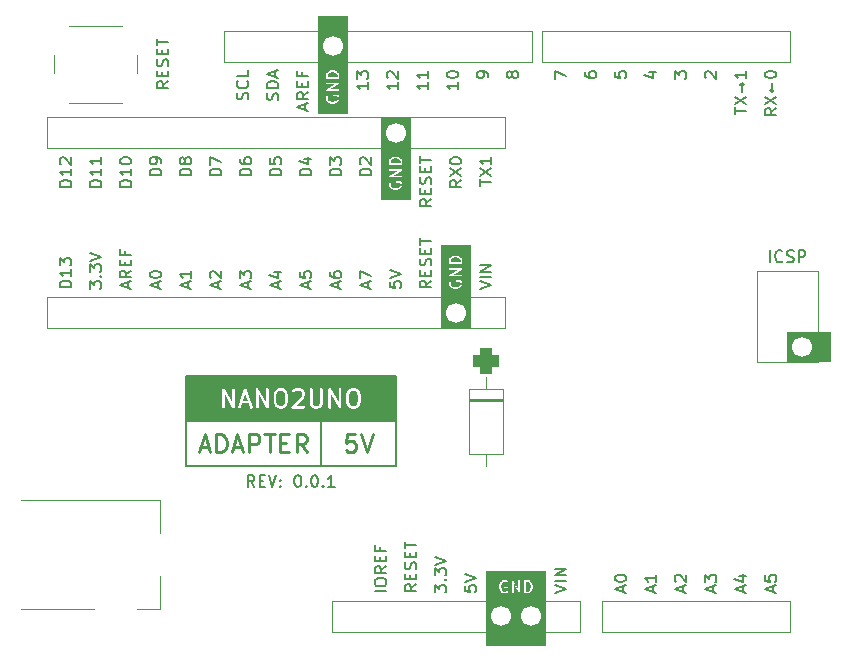
<source format=gbr>
%TF.GenerationSoftware,KiCad,Pcbnew,7.0.1*%
%TF.CreationDate,2023-12-31T00:59:43-05:00*%
%TF.ProjectId,Nano2UNO-Adapter-5V,4e616e6f-3255-44e4-9f2d-416461707465,0.0.1*%
%TF.SameCoordinates,PX6486dd0PY8062360*%
%TF.FileFunction,Legend,Top*%
%TF.FilePolarity,Positive*%
%FSLAX46Y46*%
G04 Gerber Fmt 4.6, Leading zero omitted, Abs format (unit mm)*
G04 Created by KiCad (PCBNEW 7.0.1) date 2023-12-31 00:59:43*
%MOMM*%
%LPD*%
G01*
G04 APERTURE LIST*
G04 Aperture macros list*
%AMRoundRect*
0 Rectangle with rounded corners*
0 $1 Rounding radius*
0 $2 $3 $4 $5 $6 $7 $8 $9 X,Y pos of 4 corners*
0 Add a 4 corners polygon primitive as box body*
4,1,4,$2,$3,$4,$5,$6,$7,$8,$9,$2,$3,0*
0 Add four circle primitives for the rounded corners*
1,1,$1+$1,$2,$3*
1,1,$1+$1,$4,$5*
1,1,$1+$1,$6,$7*
1,1,$1+$1,$8,$9*
0 Add four rect primitives between the rounded corners*
20,1,$1+$1,$2,$3,$4,$5,0*
20,1,$1+$1,$4,$5,$6,$7,0*
20,1,$1+$1,$6,$7,$8,$9,0*
20,1,$1+$1,$8,$9,$2,$3,0*%
G04 Aperture macros list end*
%ADD10C,0.150000*%
%ADD11C,0.225000*%
%ADD12C,0.120000*%
%ADD13C,1.700000*%
%ADD14RoundRect,0.550000X-0.550000X0.550000X-0.550000X-0.550000X0.550000X-0.550000X0.550000X0.550000X0*%
%ADD15O,2.200000X2.200000*%
%ADD16C,3.200000*%
%ADD17C,2.600000*%
%ADD18C,2.000000*%
G04 APERTURE END LIST*
D10*
X13970000Y22860000D02*
X31750000Y22860000D01*
X31750000Y15240000D01*
X13970000Y15240000D01*
X13970000Y22860000D01*
X25400000Y19050000D02*
X25400000Y15240000D01*
X13970000Y19050000D02*
X31750000Y19050000D01*
D11*
X15185000Y16879643D02*
X15899286Y16879643D01*
X15042143Y16451072D02*
X15542143Y17951072D01*
X15542143Y17951072D02*
X16042143Y16451072D01*
X16542142Y16451072D02*
X16542142Y17951072D01*
X16542142Y17951072D02*
X16899285Y17951072D01*
X16899285Y17951072D02*
X17113571Y17879643D01*
X17113571Y17879643D02*
X17256428Y17736786D01*
X17256428Y17736786D02*
X17327857Y17593929D01*
X17327857Y17593929D02*
X17399285Y17308215D01*
X17399285Y17308215D02*
X17399285Y17093929D01*
X17399285Y17093929D02*
X17327857Y16808215D01*
X17327857Y16808215D02*
X17256428Y16665358D01*
X17256428Y16665358D02*
X17113571Y16522500D01*
X17113571Y16522500D02*
X16899285Y16451072D01*
X16899285Y16451072D02*
X16542142Y16451072D01*
X17970714Y16879643D02*
X18685000Y16879643D01*
X17827857Y16451072D02*
X18327857Y17951072D01*
X18327857Y17951072D02*
X18827857Y16451072D01*
X19327856Y16451072D02*
X19327856Y17951072D01*
X19327856Y17951072D02*
X19899285Y17951072D01*
X19899285Y17951072D02*
X20042142Y17879643D01*
X20042142Y17879643D02*
X20113571Y17808215D01*
X20113571Y17808215D02*
X20184999Y17665358D01*
X20184999Y17665358D02*
X20184999Y17451072D01*
X20184999Y17451072D02*
X20113571Y17308215D01*
X20113571Y17308215D02*
X20042142Y17236786D01*
X20042142Y17236786D02*
X19899285Y17165358D01*
X19899285Y17165358D02*
X19327856Y17165358D01*
X20613571Y17951072D02*
X21470714Y17951072D01*
X21042142Y16451072D02*
X21042142Y17951072D01*
X21970713Y17236786D02*
X22470713Y17236786D01*
X22684999Y16451072D02*
X21970713Y16451072D01*
X21970713Y16451072D02*
X21970713Y17951072D01*
X21970713Y17951072D02*
X22684999Y17951072D01*
X24184999Y16451072D02*
X23684999Y17165358D01*
X23327856Y16451072D02*
X23327856Y17951072D01*
X23327856Y17951072D02*
X23899285Y17951072D01*
X23899285Y17951072D02*
X24042142Y17879643D01*
X24042142Y17879643D02*
X24113571Y17808215D01*
X24113571Y17808215D02*
X24184999Y17665358D01*
X24184999Y17665358D02*
X24184999Y17451072D01*
X24184999Y17451072D02*
X24113571Y17308215D01*
X24113571Y17308215D02*
X24042142Y17236786D01*
X24042142Y17236786D02*
X23899285Y17165358D01*
X23899285Y17165358D02*
X23327856Y17165358D01*
D10*
X19764762Y13507381D02*
X19431429Y13983572D01*
X19193334Y13507381D02*
X19193334Y14507381D01*
X19193334Y14507381D02*
X19574286Y14507381D01*
X19574286Y14507381D02*
X19669524Y14459762D01*
X19669524Y14459762D02*
X19717143Y14412143D01*
X19717143Y14412143D02*
X19764762Y14316905D01*
X19764762Y14316905D02*
X19764762Y14174048D01*
X19764762Y14174048D02*
X19717143Y14078810D01*
X19717143Y14078810D02*
X19669524Y14031191D01*
X19669524Y14031191D02*
X19574286Y13983572D01*
X19574286Y13983572D02*
X19193334Y13983572D01*
X20193334Y14031191D02*
X20526667Y14031191D01*
X20669524Y13507381D02*
X20193334Y13507381D01*
X20193334Y13507381D02*
X20193334Y14507381D01*
X20193334Y14507381D02*
X20669524Y14507381D01*
X20955239Y14507381D02*
X21288572Y13507381D01*
X21288572Y13507381D02*
X21621905Y14507381D01*
X21955239Y13602620D02*
X22002858Y13555000D01*
X22002858Y13555000D02*
X21955239Y13507381D01*
X21955239Y13507381D02*
X21907620Y13555000D01*
X21907620Y13555000D02*
X21955239Y13602620D01*
X21955239Y13602620D02*
X21955239Y13507381D01*
X21955239Y14126429D02*
X22002858Y14078810D01*
X22002858Y14078810D02*
X21955239Y14031191D01*
X21955239Y14031191D02*
X21907620Y14078810D01*
X21907620Y14078810D02*
X21955239Y14126429D01*
X21955239Y14126429D02*
X21955239Y14031191D01*
X23383810Y14507381D02*
X23479048Y14507381D01*
X23479048Y14507381D02*
X23574286Y14459762D01*
X23574286Y14459762D02*
X23621905Y14412143D01*
X23621905Y14412143D02*
X23669524Y14316905D01*
X23669524Y14316905D02*
X23717143Y14126429D01*
X23717143Y14126429D02*
X23717143Y13888334D01*
X23717143Y13888334D02*
X23669524Y13697858D01*
X23669524Y13697858D02*
X23621905Y13602620D01*
X23621905Y13602620D02*
X23574286Y13555000D01*
X23574286Y13555000D02*
X23479048Y13507381D01*
X23479048Y13507381D02*
X23383810Y13507381D01*
X23383810Y13507381D02*
X23288572Y13555000D01*
X23288572Y13555000D02*
X23240953Y13602620D01*
X23240953Y13602620D02*
X23193334Y13697858D01*
X23193334Y13697858D02*
X23145715Y13888334D01*
X23145715Y13888334D02*
X23145715Y14126429D01*
X23145715Y14126429D02*
X23193334Y14316905D01*
X23193334Y14316905D02*
X23240953Y14412143D01*
X23240953Y14412143D02*
X23288572Y14459762D01*
X23288572Y14459762D02*
X23383810Y14507381D01*
X24145715Y13602620D02*
X24193334Y13555000D01*
X24193334Y13555000D02*
X24145715Y13507381D01*
X24145715Y13507381D02*
X24098096Y13555000D01*
X24098096Y13555000D02*
X24145715Y13602620D01*
X24145715Y13602620D02*
X24145715Y13507381D01*
X24812381Y14507381D02*
X24907619Y14507381D01*
X24907619Y14507381D02*
X25002857Y14459762D01*
X25002857Y14459762D02*
X25050476Y14412143D01*
X25050476Y14412143D02*
X25098095Y14316905D01*
X25098095Y14316905D02*
X25145714Y14126429D01*
X25145714Y14126429D02*
X25145714Y13888334D01*
X25145714Y13888334D02*
X25098095Y13697858D01*
X25098095Y13697858D02*
X25050476Y13602620D01*
X25050476Y13602620D02*
X25002857Y13555000D01*
X25002857Y13555000D02*
X24907619Y13507381D01*
X24907619Y13507381D02*
X24812381Y13507381D01*
X24812381Y13507381D02*
X24717143Y13555000D01*
X24717143Y13555000D02*
X24669524Y13602620D01*
X24669524Y13602620D02*
X24621905Y13697858D01*
X24621905Y13697858D02*
X24574286Y13888334D01*
X24574286Y13888334D02*
X24574286Y14126429D01*
X24574286Y14126429D02*
X24621905Y14316905D01*
X24621905Y14316905D02*
X24669524Y14412143D01*
X24669524Y14412143D02*
X24717143Y14459762D01*
X24717143Y14459762D02*
X24812381Y14507381D01*
X25574286Y13602620D02*
X25621905Y13555000D01*
X25621905Y13555000D02*
X25574286Y13507381D01*
X25574286Y13507381D02*
X25526667Y13555000D01*
X25526667Y13555000D02*
X25574286Y13602620D01*
X25574286Y13602620D02*
X25574286Y13507381D01*
X26574285Y13507381D02*
X26002857Y13507381D01*
X26288571Y13507381D02*
X26288571Y14507381D01*
X26288571Y14507381D02*
X26193333Y14364524D01*
X26193333Y14364524D02*
X26098095Y14269286D01*
X26098095Y14269286D02*
X26002857Y14221667D01*
D11*
G36*
X19203915Y20802143D02*
G01*
X18801799Y20802143D01*
X19002857Y21405316D01*
X19203915Y20802143D01*
G37*
G36*
X28364788Y21597185D02*
G01*
X28472702Y21489271D01*
X28533215Y21247224D01*
X28533215Y20774921D01*
X28472702Y20532873D01*
X28364789Y20424960D01*
X28262014Y20373572D01*
X28029415Y20373572D01*
X27926641Y20424959D01*
X27818726Y20532874D01*
X27758215Y20774920D01*
X27758215Y21247224D01*
X27818726Y21489271D01*
X27926640Y21597185D01*
X28029416Y21648572D01*
X28262014Y21648572D01*
X28364788Y21597185D01*
G37*
G36*
X22221930Y21597185D02*
G01*
X22329844Y21489271D01*
X22390357Y21247224D01*
X22390357Y20774921D01*
X22329844Y20532873D01*
X22221931Y20424960D01*
X22119156Y20373572D01*
X21886557Y20373572D01*
X21783783Y20424959D01*
X21675868Y20532874D01*
X21615357Y20774920D01*
X21615357Y21247224D01*
X21675868Y21489271D01*
X21783782Y21597185D01*
X21886558Y21648572D01*
X22119156Y21648572D01*
X22221930Y21597185D01*
G37*
G36*
X29614466Y19371964D02*
G01*
X16105535Y19371964D01*
X16105535Y21733937D01*
X17031647Y21733937D01*
X17033213Y21731196D01*
X17033213Y20244898D01*
X17047077Y20197682D01*
X17097006Y20154419D01*
X17162399Y20145016D01*
X17222495Y20172461D01*
X17258213Y20228039D01*
X17258213Y21337446D01*
X17898632Y20216712D01*
X17904220Y20197682D01*
X17926965Y20177974D01*
X17948666Y20157097D01*
X17951763Y20156486D01*
X17954149Y20154419D01*
X17983949Y20150134D01*
X18013481Y20144306D01*
X18016415Y20145466D01*
X18019542Y20145016D01*
X18046931Y20157525D01*
X18074924Y20168586D01*
X18076766Y20171150D01*
X18079638Y20172461D01*
X18095910Y20197781D01*
X18113485Y20222230D01*
X18113649Y20225384D01*
X18115356Y20228039D01*
X18115356Y20232126D01*
X18389237Y20232126D01*
X18422923Y20175295D01*
X18481987Y20145695D01*
X18547678Y20152728D01*
X18599138Y20194159D01*
X18726799Y20577143D01*
X19278915Y20577143D01*
X19401245Y20210152D01*
X19429328Y20169743D01*
X19490376Y20144489D01*
X19555387Y20156248D01*
X19603720Y20201289D01*
X19620030Y20265310D01*
X19475142Y20699974D01*
X19476056Y20706329D01*
X19464829Y20730913D01*
X19130487Y21733937D01*
X19888790Y21733937D01*
X19890356Y21731196D01*
X19890356Y20244898D01*
X19904220Y20197682D01*
X19954149Y20154419D01*
X20019542Y20145016D01*
X20079638Y20172461D01*
X20115356Y20228039D01*
X20115356Y21337446D01*
X20755775Y20216712D01*
X20761363Y20197682D01*
X20784108Y20177974D01*
X20805809Y20157097D01*
X20808906Y20156486D01*
X20811292Y20154419D01*
X20841092Y20150134D01*
X20870624Y20144306D01*
X20873558Y20145466D01*
X20876685Y20145016D01*
X20904074Y20157525D01*
X20932067Y20168586D01*
X20933909Y20171150D01*
X20936781Y20172461D01*
X20953053Y20197781D01*
X20970628Y20222230D01*
X20970792Y20225384D01*
X20972499Y20228039D01*
X20972499Y20258146D01*
X20974065Y20288207D01*
X20972499Y20290948D01*
X20972499Y20765834D01*
X21385704Y20765834D01*
X21390357Y20747222D01*
X21390357Y20744898D01*
X21394267Y20731582D01*
X21464721Y20449765D01*
X21471378Y20419166D01*
X21484545Y20405999D01*
X21493968Y20389938D01*
X21507425Y20383119D01*
X21627620Y20262924D01*
X21637286Y20246650D01*
X21665017Y20232785D01*
X21692221Y20217930D01*
X21694412Y20218087D01*
X21804277Y20163155D01*
X21826967Y20148572D01*
X21849958Y20148572D01*
X21872587Y20144500D01*
X21882404Y20148572D01*
X22139658Y20148572D01*
X22166480Y20145676D01*
X22187046Y20155960D01*
X22209104Y20162436D01*
X22216063Y20170468D01*
X22326267Y20225570D01*
X22344763Y20229593D01*
X22359555Y20244386D01*
X22886801Y20244386D01*
X22892092Y20232800D01*
X22893001Y20220098D01*
X22905547Y20203338D01*
X22914246Y20184290D01*
X22924959Y20177405D01*
X22932592Y20167209D01*
X22952210Y20159892D01*
X22969824Y20148572D01*
X22982559Y20148572D01*
X22994493Y20144121D01*
X23014953Y20148572D01*
X23947603Y20148572D01*
X23994819Y20162436D01*
X24038082Y20212365D01*
X24047485Y20277758D01*
X24020040Y20337854D01*
X23964462Y20373572D01*
X23274456Y20373572D01*
X23426904Y20526020D01*
X24458889Y20526020D01*
X24469172Y20505454D01*
X24475649Y20483396D01*
X24483680Y20476437D01*
X24538783Y20366232D01*
X24542807Y20347737D01*
X24564730Y20325814D01*
X24585840Y20303120D01*
X24587968Y20302576D01*
X24627620Y20262924D01*
X24637286Y20246650D01*
X24665013Y20232787D01*
X24692220Y20217930D01*
X24694412Y20218087D01*
X24804277Y20163155D01*
X24826967Y20148572D01*
X24849958Y20148572D01*
X24872587Y20144500D01*
X24882404Y20148572D01*
X25139658Y20148572D01*
X25166480Y20145676D01*
X25187046Y20155960D01*
X25209104Y20162436D01*
X25216063Y20170468D01*
X25326267Y20225570D01*
X25344763Y20229593D01*
X25366686Y20251517D01*
X25389380Y20272626D01*
X25389924Y20274755D01*
X25429576Y20314407D01*
X25445850Y20324072D01*
X25459713Y20351800D01*
X25474570Y20379006D01*
X25474413Y20381199D01*
X25529345Y20491064D01*
X25543928Y20513753D01*
X25543928Y20536744D01*
X25548000Y20559373D01*
X25543928Y20569190D01*
X25543928Y21733937D01*
X26031648Y21733937D01*
X26033214Y21731196D01*
X26033214Y20244898D01*
X26047078Y20197682D01*
X26097007Y20154419D01*
X26162400Y20145016D01*
X26222496Y20172461D01*
X26258214Y20228039D01*
X26258214Y21337446D01*
X26898633Y20216712D01*
X26904221Y20197682D01*
X26926966Y20177974D01*
X26948667Y20157097D01*
X26951764Y20156486D01*
X26954150Y20154419D01*
X26983950Y20150134D01*
X27013482Y20144306D01*
X27016416Y20145466D01*
X27019543Y20145016D01*
X27046932Y20157525D01*
X27074925Y20168586D01*
X27076767Y20171150D01*
X27079639Y20172461D01*
X27095911Y20197781D01*
X27113486Y20222230D01*
X27113650Y20225384D01*
X27115357Y20228039D01*
X27115357Y20258146D01*
X27116923Y20288207D01*
X27115357Y20290948D01*
X27115357Y20765834D01*
X27528562Y20765834D01*
X27533215Y20747222D01*
X27533215Y20744898D01*
X27537125Y20731582D01*
X27607579Y20449765D01*
X27614236Y20419166D01*
X27627403Y20405999D01*
X27636826Y20389938D01*
X27650283Y20383119D01*
X27770478Y20262924D01*
X27780144Y20246650D01*
X27807875Y20232785D01*
X27835079Y20217930D01*
X27837270Y20218087D01*
X27947135Y20163155D01*
X27969825Y20148572D01*
X27992816Y20148572D01*
X28015445Y20144500D01*
X28025262Y20148572D01*
X28282516Y20148572D01*
X28309338Y20145676D01*
X28329904Y20155960D01*
X28351962Y20162436D01*
X28358921Y20170468D01*
X28469125Y20225570D01*
X28487621Y20229593D01*
X28509541Y20251514D01*
X28532238Y20272626D01*
X28532782Y20274755D01*
X28652599Y20394573D01*
X28675415Y20416026D01*
X28679931Y20434093D01*
X28688856Y20450436D01*
X28687779Y20465484D01*
X28750366Y20715826D01*
X28758215Y20728039D01*
X28758215Y20747221D01*
X28758779Y20749477D01*
X28758215Y20763350D01*
X28758215Y21242557D01*
X28762868Y21256311D01*
X28758215Y21274923D01*
X28758215Y21277246D01*
X28754305Y21290560D01*
X28683843Y21572404D01*
X28677193Y21602978D01*
X28664025Y21616146D01*
X28654603Y21632206D01*
X28641146Y21639025D01*
X28520951Y21759220D01*
X28511286Y21775493D01*
X28483558Y21789357D01*
X28456352Y21804213D01*
X28454159Y21804057D01*
X28344302Y21858986D01*
X28321605Y21873572D01*
X28298612Y21873572D01*
X28275986Y21877644D01*
X28266168Y21873572D01*
X28008914Y21873572D01*
X27982092Y21876468D01*
X27961525Y21866185D01*
X27939468Y21859708D01*
X27932508Y21851677D01*
X27822304Y21796574D01*
X27803810Y21792551D01*
X27781883Y21770625D01*
X27759192Y21749517D01*
X27758647Y21747390D01*
X27638808Y21627551D01*
X27616014Y21606118D01*
X27611497Y21588054D01*
X27602573Y21571709D01*
X27603649Y21556661D01*
X27541064Y21306319D01*
X27533215Y21294105D01*
X27533215Y21274922D01*
X27532651Y21272666D01*
X27533215Y21258793D01*
X27533215Y20779588D01*
X27528562Y20765834D01*
X27115357Y20765834D01*
X27115357Y21777246D01*
X27101493Y21824462D01*
X27051564Y21867725D01*
X26986171Y21877128D01*
X26926075Y21849683D01*
X26890357Y21794105D01*
X26890357Y20684698D01*
X26249937Y21805433D01*
X26244350Y21824462D01*
X26221604Y21844171D01*
X26199904Y21865047D01*
X26196806Y21865659D01*
X26194421Y21867725D01*
X26164620Y21872011D01*
X26135089Y21877838D01*
X26132154Y21876679D01*
X26129028Y21877128D01*
X26101635Y21864619D01*
X26073647Y21853558D01*
X26071804Y21850995D01*
X26068932Y21849683D01*
X26052652Y21824353D01*
X26035085Y21799913D01*
X26034920Y21796761D01*
X26033214Y21794105D01*
X26033214Y21763998D01*
X26031648Y21733937D01*
X25543928Y21733937D01*
X25543928Y21777246D01*
X25530064Y21824462D01*
X25480135Y21867725D01*
X25414742Y21877128D01*
X25354646Y21849683D01*
X25318928Y21794105D01*
X25318928Y20573343D01*
X25267541Y20470570D01*
X25221930Y20424959D01*
X25119156Y20373572D01*
X24886557Y20373572D01*
X24783783Y20424959D01*
X24738172Y20470570D01*
X24686785Y20573344D01*
X24686785Y21777246D01*
X24672921Y21824462D01*
X24622992Y21867725D01*
X24557599Y21877128D01*
X24497503Y21849683D01*
X24461785Y21794105D01*
X24461785Y20552842D01*
X24458889Y20526020D01*
X23426904Y20526020D01*
X23935265Y21034382D01*
X23956281Y21051301D01*
X23963552Y21073116D01*
X23974570Y21093292D01*
X23973811Y21103893D01*
X24033694Y21283543D01*
X24043929Y21299467D01*
X24043929Y21330485D01*
X24045049Y21361445D01*
X24043929Y21363335D01*
X24043929Y21469302D01*
X24046825Y21496124D01*
X24036541Y21516691D01*
X24030065Y21538748D01*
X24022033Y21545708D01*
X23966930Y21655914D01*
X23962907Y21674407D01*
X23940983Y21696331D01*
X23919874Y21719024D01*
X23917745Y21719569D01*
X23878094Y21759220D01*
X23868429Y21775493D01*
X23840703Y21789356D01*
X23813495Y21804213D01*
X23811302Y21804057D01*
X23701443Y21858986D01*
X23678747Y21873572D01*
X23655754Y21873572D01*
X23633128Y21877644D01*
X23623310Y21873572D01*
X23294628Y21873572D01*
X23267806Y21876468D01*
X23247239Y21866185D01*
X23225182Y21859708D01*
X23218222Y21851677D01*
X23108016Y21796574D01*
X23089522Y21792550D01*
X23067598Y21770627D01*
X23044905Y21749517D01*
X23044360Y21747389D01*
X22983300Y21686328D01*
X22959716Y21643138D01*
X22964430Y21577241D01*
X23004021Y21524352D01*
X23065922Y21501264D01*
X23130478Y21515308D01*
X23212354Y21597184D01*
X23315130Y21648572D01*
X23619157Y21648572D01*
X23721931Y21597185D01*
X23767541Y21551575D01*
X23818929Y21448800D01*
X23818929Y21350756D01*
X23761672Y21178987D01*
X22943610Y20360925D01*
X22939467Y20359708D01*
X22920470Y20337785D01*
X22911871Y20329185D01*
X22909914Y20325603D01*
X22896204Y20309779D01*
X22894391Y20297175D01*
X22888287Y20285995D01*
X22889781Y20265111D01*
X22886801Y20244386D01*
X22359555Y20244386D01*
X22366683Y20251514D01*
X22389380Y20272626D01*
X22389924Y20274755D01*
X22509741Y20394573D01*
X22532557Y20416026D01*
X22537073Y20434093D01*
X22545998Y20450436D01*
X22544921Y20465484D01*
X22607508Y20715826D01*
X22615357Y20728039D01*
X22615357Y20747221D01*
X22615921Y20749477D01*
X22615357Y20763350D01*
X22615357Y21242557D01*
X22620010Y21256311D01*
X22615357Y21274923D01*
X22615357Y21277246D01*
X22611447Y21290560D01*
X22540985Y21572404D01*
X22534335Y21602978D01*
X22521167Y21616146D01*
X22511745Y21632206D01*
X22498288Y21639025D01*
X22378093Y21759220D01*
X22368428Y21775493D01*
X22340700Y21789357D01*
X22313494Y21804213D01*
X22311301Y21804057D01*
X22201444Y21858986D01*
X22178747Y21873572D01*
X22155754Y21873572D01*
X22133128Y21877644D01*
X22123310Y21873572D01*
X21866056Y21873572D01*
X21839234Y21876468D01*
X21818667Y21866185D01*
X21796610Y21859708D01*
X21789650Y21851677D01*
X21679446Y21796574D01*
X21660952Y21792551D01*
X21639025Y21770625D01*
X21616334Y21749517D01*
X21615789Y21747390D01*
X21495950Y21627551D01*
X21473156Y21606118D01*
X21468639Y21588054D01*
X21459715Y21571709D01*
X21460791Y21556661D01*
X21398206Y21306319D01*
X21390357Y21294105D01*
X21390357Y21274922D01*
X21389793Y21272666D01*
X21390357Y21258793D01*
X21390357Y20779588D01*
X21385704Y20765834D01*
X20972499Y20765834D01*
X20972499Y21777246D01*
X20958635Y21824462D01*
X20908706Y21867725D01*
X20843313Y21877128D01*
X20783217Y21849683D01*
X20747499Y21794105D01*
X20747499Y20684698D01*
X20107079Y21805433D01*
X20101492Y21824462D01*
X20078746Y21844171D01*
X20057046Y21865047D01*
X20053948Y21865659D01*
X20051563Y21867725D01*
X20021762Y21872011D01*
X19992231Y21877838D01*
X19989296Y21876679D01*
X19986170Y21877128D01*
X19958777Y21864619D01*
X19930789Y21853558D01*
X19928946Y21850995D01*
X19926074Y21849683D01*
X19909794Y21824353D01*
X19892227Y21799913D01*
X19892062Y21796761D01*
X19890356Y21794105D01*
X19890356Y21763998D01*
X19888790Y21733937D01*
X19130487Y21733937D01*
X19116018Y21777343D01*
X19116477Y21790018D01*
X19105775Y21808073D01*
X19104469Y21811992D01*
X19097559Y21821935D01*
X19082791Y21846850D01*
X19078881Y21848810D01*
X19076386Y21852400D01*
X19049628Y21863470D01*
X19023727Y21876449D01*
X19019376Y21875984D01*
X19015338Y21877654D01*
X18986846Y21872502D01*
X18958037Y21869417D01*
X18954630Y21866675D01*
X18950327Y21865896D01*
X18929140Y21846153D01*
X18906576Y21827986D01*
X18905192Y21823836D01*
X18901994Y21820855D01*
X18894844Y21792793D01*
X18546053Y20746421D01*
X18539061Y20738350D01*
X18535796Y20715650D01*
X18391015Y20281304D01*
X18389237Y20232126D01*
X18115356Y20232126D01*
X18115356Y20258146D01*
X18116922Y20288207D01*
X18115356Y20290948D01*
X18115356Y21777246D01*
X18101492Y21824462D01*
X18051563Y21867725D01*
X17986170Y21877128D01*
X17926074Y21849683D01*
X17890356Y21794105D01*
X17890356Y20684698D01*
X17249936Y21805433D01*
X17244349Y21824462D01*
X17221603Y21844171D01*
X17199903Y21865047D01*
X17196805Y21865659D01*
X17194420Y21867725D01*
X17164619Y21872011D01*
X17135088Y21877838D01*
X17132153Y21876679D01*
X17129027Y21877128D01*
X17101634Y21864619D01*
X17073646Y21853558D01*
X17071803Y21850995D01*
X17068931Y21849683D01*
X17052651Y21824353D01*
X17035084Y21799913D01*
X17034919Y21796761D01*
X17033213Y21794105D01*
X17033213Y21763998D01*
X17031647Y21733937D01*
X16105535Y21733937D01*
X16105535Y22538036D01*
X29614466Y22538036D01*
X29614466Y19371964D01*
G37*
X28289286Y17951072D02*
X27575000Y17951072D01*
X27575000Y17951072D02*
X27503572Y17236786D01*
X27503572Y17236786D02*
X27575000Y17308215D01*
X27575000Y17308215D02*
X27717858Y17379643D01*
X27717858Y17379643D02*
X28075000Y17379643D01*
X28075000Y17379643D02*
X28217858Y17308215D01*
X28217858Y17308215D02*
X28289286Y17236786D01*
X28289286Y17236786D02*
X28360715Y17093929D01*
X28360715Y17093929D02*
X28360715Y16736786D01*
X28360715Y16736786D02*
X28289286Y16593929D01*
X28289286Y16593929D02*
X28217858Y16522500D01*
X28217858Y16522500D02*
X28075000Y16451072D01*
X28075000Y16451072D02*
X27717858Y16451072D01*
X27717858Y16451072D02*
X27575000Y16522500D01*
X27575000Y16522500D02*
X27503572Y16593929D01*
X28789286Y17951072D02*
X29289286Y16451072D01*
X29289286Y16451072D02*
X29789286Y17951072D01*
D10*
%TO.C,J6*%
X24306904Y30355477D02*
X24306904Y30831667D01*
X24592619Y30260239D02*
X23592619Y30593572D01*
X23592619Y30593572D02*
X24592619Y30926905D01*
X23592619Y31736429D02*
X23592619Y31260239D01*
X23592619Y31260239D02*
X24068809Y31212620D01*
X24068809Y31212620D02*
X24021190Y31260239D01*
X24021190Y31260239D02*
X23973571Y31355477D01*
X23973571Y31355477D02*
X23973571Y31593572D01*
X23973571Y31593572D02*
X24021190Y31688810D01*
X24021190Y31688810D02*
X24068809Y31736429D01*
X24068809Y31736429D02*
X24164047Y31784048D01*
X24164047Y31784048D02*
X24402142Y31784048D01*
X24402142Y31784048D02*
X24497380Y31736429D01*
X24497380Y31736429D02*
X24545000Y31688810D01*
X24545000Y31688810D02*
X24592619Y31593572D01*
X24592619Y31593572D02*
X24592619Y31355477D01*
X24592619Y31355477D02*
X24545000Y31260239D01*
X24545000Y31260239D02*
X24497380Y31212620D01*
X4272619Y30403096D02*
X3272619Y30403096D01*
X3272619Y30403096D02*
X3272619Y30641191D01*
X3272619Y30641191D02*
X3320238Y30784048D01*
X3320238Y30784048D02*
X3415476Y30879286D01*
X3415476Y30879286D02*
X3510714Y30926905D01*
X3510714Y30926905D02*
X3701190Y30974524D01*
X3701190Y30974524D02*
X3844047Y30974524D01*
X3844047Y30974524D02*
X4034523Y30926905D01*
X4034523Y30926905D02*
X4129761Y30879286D01*
X4129761Y30879286D02*
X4225000Y30784048D01*
X4225000Y30784048D02*
X4272619Y30641191D01*
X4272619Y30641191D02*
X4272619Y30403096D01*
X4272619Y31926905D02*
X4272619Y31355477D01*
X4272619Y31641191D02*
X3272619Y31641191D01*
X3272619Y31641191D02*
X3415476Y31545953D01*
X3415476Y31545953D02*
X3510714Y31450715D01*
X3510714Y31450715D02*
X3558333Y31355477D01*
X3272619Y32260239D02*
X3272619Y32879286D01*
X3272619Y32879286D02*
X3653571Y32545953D01*
X3653571Y32545953D02*
X3653571Y32688810D01*
X3653571Y32688810D02*
X3701190Y32784048D01*
X3701190Y32784048D02*
X3748809Y32831667D01*
X3748809Y32831667D02*
X3844047Y32879286D01*
X3844047Y32879286D02*
X4082142Y32879286D01*
X4082142Y32879286D02*
X4177380Y32831667D01*
X4177380Y32831667D02*
X4225000Y32784048D01*
X4225000Y32784048D02*
X4272619Y32688810D01*
X4272619Y32688810D02*
X4272619Y32403096D01*
X4272619Y32403096D02*
X4225000Y32307858D01*
X4225000Y32307858D02*
X4177380Y32260239D01*
X31212619Y30879286D02*
X31212619Y30403096D01*
X31212619Y30403096D02*
X31688809Y30355477D01*
X31688809Y30355477D02*
X31641190Y30403096D01*
X31641190Y30403096D02*
X31593571Y30498334D01*
X31593571Y30498334D02*
X31593571Y30736429D01*
X31593571Y30736429D02*
X31641190Y30831667D01*
X31641190Y30831667D02*
X31688809Y30879286D01*
X31688809Y30879286D02*
X31784047Y30926905D01*
X31784047Y30926905D02*
X32022142Y30926905D01*
X32022142Y30926905D02*
X32117380Y30879286D01*
X32117380Y30879286D02*
X32165000Y30831667D01*
X32165000Y30831667D02*
X32212619Y30736429D01*
X32212619Y30736429D02*
X32212619Y30498334D01*
X32212619Y30498334D02*
X32165000Y30403096D01*
X32165000Y30403096D02*
X32117380Y30355477D01*
X31212619Y31212620D02*
X32212619Y31545953D01*
X32212619Y31545953D02*
X31212619Y31879286D01*
X11606904Y30355477D02*
X11606904Y30831667D01*
X11892619Y30260239D02*
X10892619Y30593572D01*
X10892619Y30593572D02*
X11892619Y30926905D01*
X10892619Y31450715D02*
X10892619Y31545953D01*
X10892619Y31545953D02*
X10940238Y31641191D01*
X10940238Y31641191D02*
X10987857Y31688810D01*
X10987857Y31688810D02*
X11083095Y31736429D01*
X11083095Y31736429D02*
X11273571Y31784048D01*
X11273571Y31784048D02*
X11511666Y31784048D01*
X11511666Y31784048D02*
X11702142Y31736429D01*
X11702142Y31736429D02*
X11797380Y31688810D01*
X11797380Y31688810D02*
X11845000Y31641191D01*
X11845000Y31641191D02*
X11892619Y31545953D01*
X11892619Y31545953D02*
X11892619Y31450715D01*
X11892619Y31450715D02*
X11845000Y31355477D01*
X11845000Y31355477D02*
X11797380Y31307858D01*
X11797380Y31307858D02*
X11702142Y31260239D01*
X11702142Y31260239D02*
X11511666Y31212620D01*
X11511666Y31212620D02*
X11273571Y31212620D01*
X11273571Y31212620D02*
X11083095Y31260239D01*
X11083095Y31260239D02*
X10987857Y31307858D01*
X10987857Y31307858D02*
X10940238Y31355477D01*
X10940238Y31355477D02*
X10892619Y31450715D01*
X29386904Y30355477D02*
X29386904Y30831667D01*
X29672619Y30260239D02*
X28672619Y30593572D01*
X28672619Y30593572D02*
X29672619Y30926905D01*
X28672619Y31165001D02*
X28672619Y31831667D01*
X28672619Y31831667D02*
X29672619Y31403096D01*
X14146904Y30355477D02*
X14146904Y30831667D01*
X14432619Y30260239D02*
X13432619Y30593572D01*
X13432619Y30593572D02*
X14432619Y30926905D01*
X14432619Y31784048D02*
X14432619Y31212620D01*
X14432619Y31498334D02*
X13432619Y31498334D01*
X13432619Y31498334D02*
X13575476Y31403096D01*
X13575476Y31403096D02*
X13670714Y31307858D01*
X13670714Y31307858D02*
X13718333Y31212620D01*
X38832619Y30260239D02*
X39832619Y30593572D01*
X39832619Y30593572D02*
X38832619Y30926905D01*
X39832619Y31260239D02*
X38832619Y31260239D01*
X39832619Y31736429D02*
X38832619Y31736429D01*
X38832619Y31736429D02*
X39832619Y32307857D01*
X39832619Y32307857D02*
X38832619Y32307857D01*
X19226904Y30355477D02*
X19226904Y30831667D01*
X19512619Y30260239D02*
X18512619Y30593572D01*
X18512619Y30593572D02*
X19512619Y30926905D01*
X18512619Y31165001D02*
X18512619Y31784048D01*
X18512619Y31784048D02*
X18893571Y31450715D01*
X18893571Y31450715D02*
X18893571Y31593572D01*
X18893571Y31593572D02*
X18941190Y31688810D01*
X18941190Y31688810D02*
X18988809Y31736429D01*
X18988809Y31736429D02*
X19084047Y31784048D01*
X19084047Y31784048D02*
X19322142Y31784048D01*
X19322142Y31784048D02*
X19417380Y31736429D01*
X19417380Y31736429D02*
X19465000Y31688810D01*
X19465000Y31688810D02*
X19512619Y31593572D01*
X19512619Y31593572D02*
X19512619Y31307858D01*
X19512619Y31307858D02*
X19465000Y31212620D01*
X19465000Y31212620D02*
X19417380Y31165001D01*
X21766904Y30355477D02*
X21766904Y30831667D01*
X22052619Y30260239D02*
X21052619Y30593572D01*
X21052619Y30593572D02*
X22052619Y30926905D01*
X21385952Y31688810D02*
X22052619Y31688810D01*
X21005000Y31450715D02*
X21719285Y31212620D01*
X21719285Y31212620D02*
X21719285Y31831667D01*
X26846904Y30355477D02*
X26846904Y30831667D01*
X27132619Y30260239D02*
X26132619Y30593572D01*
X26132619Y30593572D02*
X27132619Y30926905D01*
X26132619Y31688810D02*
X26132619Y31498334D01*
X26132619Y31498334D02*
X26180238Y31403096D01*
X26180238Y31403096D02*
X26227857Y31355477D01*
X26227857Y31355477D02*
X26370714Y31260239D01*
X26370714Y31260239D02*
X26561190Y31212620D01*
X26561190Y31212620D02*
X26942142Y31212620D01*
X26942142Y31212620D02*
X27037380Y31260239D01*
X27037380Y31260239D02*
X27085000Y31307858D01*
X27085000Y31307858D02*
X27132619Y31403096D01*
X27132619Y31403096D02*
X27132619Y31593572D01*
X27132619Y31593572D02*
X27085000Y31688810D01*
X27085000Y31688810D02*
X27037380Y31736429D01*
X27037380Y31736429D02*
X26942142Y31784048D01*
X26942142Y31784048D02*
X26704047Y31784048D01*
X26704047Y31784048D02*
X26608809Y31736429D01*
X26608809Y31736429D02*
X26561190Y31688810D01*
X26561190Y31688810D02*
X26513571Y31593572D01*
X26513571Y31593572D02*
X26513571Y31403096D01*
X26513571Y31403096D02*
X26561190Y31307858D01*
X26561190Y31307858D02*
X26608809Y31260239D01*
X26608809Y31260239D02*
X26704047Y31212620D01*
G36*
X37028345Y32903760D02*
G01*
X37105335Y32865265D01*
X37179447Y32791153D01*
X37217619Y32676639D01*
X37217619Y32525715D01*
X36367619Y32525715D01*
X36367619Y32676640D01*
X36405790Y32791154D01*
X36479902Y32865266D01*
X36556888Y32903760D01*
X36730424Y32947143D01*
X36854812Y32947143D01*
X37028345Y32903760D01*
G37*
G36*
X37885357Y29797143D02*
G01*
X35774643Y29797143D01*
X35774643Y30685985D01*
X36214504Y30685985D01*
X36221041Y30666373D01*
X36226862Y30646550D01*
X36227968Y30645592D01*
X36267810Y30526066D01*
X36271633Y30508492D01*
X36282473Y30497652D01*
X36291219Y30485068D01*
X36297764Y30482361D01*
X36375794Y30404331D01*
X36382238Y30393481D01*
X36400739Y30384231D01*
X36418861Y30374335D01*
X36420321Y30374440D01*
X36485224Y30341988D01*
X36491159Y30335676D01*
X36504536Y30332332D01*
X36506816Y30331192D01*
X36514948Y30329729D01*
X36691026Y30285710D01*
X36699168Y30280477D01*
X36711956Y30280477D01*
X36713460Y30280101D01*
X36722706Y30280477D01*
X36851704Y30280477D01*
X36860873Y30277375D01*
X36873281Y30280477D01*
X36874829Y30280477D01*
X36883698Y30283082D01*
X37059753Y30327096D01*
X37068367Y30326165D01*
X37080700Y30332332D01*
X37083173Y30332950D01*
X37090300Y30337133D01*
X37174890Y30379428D01*
X37187222Y30382110D01*
X37201851Y30396740D01*
X37216967Y30410799D01*
X37217329Y30412218D01*
X37295178Y30490066D01*
X37309187Y30501344D01*
X37314034Y30515886D01*
X37321380Y30529338D01*
X37320874Y30536407D01*
X37360797Y30656174D01*
X37367619Y30666788D01*
X37367619Y30687467D01*
X37368365Y30708107D01*
X37367619Y30709366D01*
X37367619Y30774646D01*
X37370734Y30786874D01*
X37364194Y30806494D01*
X37358376Y30826308D01*
X37357269Y30827267D01*
X37317426Y30946799D01*
X37313604Y30964367D01*
X37302766Y30975205D01*
X37294019Y30987791D01*
X37287470Y30990500D01*
X37259980Y31017990D01*
X37256454Y31025712D01*
X37244711Y31033259D01*
X37242788Y31035182D01*
X37235676Y31039066D01*
X37219402Y31049524D01*
X37216521Y31049524D01*
X37213994Y31050904D01*
X37194705Y31049524D01*
X36869407Y31049524D01*
X36852923Y31051894D01*
X36837770Y31044975D01*
X36821787Y31040281D01*
X36818050Y31035969D01*
X36812859Y31033598D01*
X36803851Y31019582D01*
X36792945Y31006995D01*
X36792133Y31001349D01*
X36789047Y30996546D01*
X36789047Y30979884D01*
X36786677Y30963400D01*
X36789047Y30958210D01*
X36789047Y30773266D01*
X36798290Y30741788D01*
X36831576Y30712946D01*
X36875171Y30706678D01*
X36915235Y30724974D01*
X36939047Y30762026D01*
X36939047Y30899524D01*
X37166315Y30899524D01*
X37179447Y30886392D01*
X37217619Y30771877D01*
X37217619Y30700980D01*
X37179447Y30586466D01*
X37105333Y30512354D01*
X37028347Y30473861D01*
X36854813Y30430477D01*
X36730424Y30430477D01*
X36556891Y30473861D01*
X36479902Y30512355D01*
X36405790Y30586467D01*
X36367619Y30700982D01*
X36367619Y30813961D01*
X36412142Y30903007D01*
X36417952Y30935296D01*
X36401079Y30975979D01*
X36364889Y31001081D01*
X36320873Y31002634D01*
X36283004Y30980143D01*
X36227342Y30868819D01*
X36217619Y30853689D01*
X36217619Y30838359D01*
X36214905Y30823276D01*
X36217619Y30816732D01*
X36217619Y30698212D01*
X36214504Y30685985D01*
X35774643Y30685985D01*
X35774643Y31396012D01*
X36214775Y31396012D01*
X36215548Y31394055D01*
X36215249Y31391972D01*
X36223585Y31373717D01*
X36230962Y31355051D01*
X36232670Y31353823D01*
X36233545Y31351908D01*
X36250429Y31341058D01*
X36266725Y31329343D01*
X36268827Y31329234D01*
X36270597Y31328096D01*
X36290666Y31328096D01*
X36310709Y31327052D01*
X36312536Y31328096D01*
X37303401Y31328096D01*
X37334879Y31337339D01*
X37363721Y31370625D01*
X37369989Y31414220D01*
X37351693Y31454284D01*
X37314641Y31478096D01*
X36575036Y31478096D01*
X37322193Y31905043D01*
X37334879Y31908767D01*
X37348018Y31923931D01*
X37361936Y31938398D01*
X37362343Y31940464D01*
X37363721Y31942053D01*
X37366576Y31961914D01*
X37370463Y31981608D01*
X37369689Y31983566D01*
X37369989Y31985648D01*
X37361652Y32003904D01*
X37354276Y32022569D01*
X37352567Y32023798D01*
X37351693Y32025712D01*
X37334808Y32036563D01*
X37318513Y32048277D01*
X37316410Y32048387D01*
X37314641Y32049524D01*
X37294572Y32049524D01*
X37274529Y32050568D01*
X37272702Y32049524D01*
X36281837Y32049524D01*
X36250359Y32040281D01*
X36221517Y32006995D01*
X36215249Y31963400D01*
X36233545Y31923336D01*
X36270597Y31899524D01*
X37010202Y31899524D01*
X36263044Y31472578D01*
X36250359Y31468853D01*
X36237219Y31453690D01*
X36223302Y31439222D01*
X36222894Y31437157D01*
X36221517Y31435567D01*
X36218661Y31415707D01*
X36214775Y31396012D01*
X35774643Y31396012D01*
X35774643Y32439591D01*
X36215249Y32439591D01*
X36222168Y32424439D01*
X36226862Y32408455D01*
X36231174Y32404719D01*
X36233545Y32399527D01*
X36247561Y32390520D01*
X36260148Y32379613D01*
X36265794Y32378802D01*
X36270597Y32375715D01*
X36287259Y32375715D01*
X36303743Y32373345D01*
X36308933Y32375715D01*
X37287259Y32375715D01*
X37303743Y32373345D01*
X37318895Y32380265D01*
X37334879Y32384958D01*
X37338615Y32389271D01*
X37343807Y32391641D01*
X37352814Y32405658D01*
X37363721Y32418244D01*
X37364532Y32423891D01*
X37367619Y32428693D01*
X37367619Y32445355D01*
X37369989Y32461839D01*
X37367619Y32467029D01*
X37367619Y32679408D01*
X37370734Y32691636D01*
X37364194Y32711256D01*
X37358376Y32731070D01*
X37357269Y32732029D01*
X37317427Y32851558D01*
X37313605Y32869128D01*
X37302766Y32879967D01*
X37294019Y32892553D01*
X37287471Y32895262D01*
X37209442Y32973290D01*
X37202999Y32984139D01*
X37184494Y32993392D01*
X37166375Y33003285D01*
X37164915Y33003181D01*
X37100011Y33035633D01*
X37094077Y33041944D01*
X37080699Y33045289D01*
X37078420Y33046428D01*
X37070287Y33047892D01*
X36894210Y33091911D01*
X36886069Y33097143D01*
X36873281Y33097143D01*
X36871777Y33097519D01*
X36862531Y33097143D01*
X36733533Y33097143D01*
X36724364Y33100245D01*
X36711956Y33097143D01*
X36710408Y33097143D01*
X36701538Y33094539D01*
X36525481Y33050525D01*
X36516870Y33051454D01*
X36504539Y33045289D01*
X36502064Y33044670D01*
X36494925Y33040483D01*
X36410345Y32998193D01*
X36398015Y32995510D01*
X36383395Y32980891D01*
X36368270Y32966821D01*
X36367907Y32965403D01*
X36290058Y32887554D01*
X36276051Y32876276D01*
X36271203Y32861735D01*
X36263858Y32848282D01*
X36264363Y32841215D01*
X36224441Y32721448D01*
X36217619Y32710832D01*
X36217619Y32690152D01*
X36216873Y32669513D01*
X36217619Y32668254D01*
X36217619Y32456075D01*
X36215249Y32439591D01*
X35774643Y32439591D01*
X35774643Y33755476D01*
X37885357Y33755476D01*
X37885357Y29797143D01*
G37*
X16686904Y30355477D02*
X16686904Y30831667D01*
X16972619Y30260239D02*
X15972619Y30593572D01*
X15972619Y30593572D02*
X16972619Y30926905D01*
X16067857Y31212620D02*
X16020238Y31260239D01*
X16020238Y31260239D02*
X15972619Y31355477D01*
X15972619Y31355477D02*
X15972619Y31593572D01*
X15972619Y31593572D02*
X16020238Y31688810D01*
X16020238Y31688810D02*
X16067857Y31736429D01*
X16067857Y31736429D02*
X16163095Y31784048D01*
X16163095Y31784048D02*
X16258333Y31784048D01*
X16258333Y31784048D02*
X16401190Y31736429D01*
X16401190Y31736429D02*
X16972619Y31165001D01*
X16972619Y31165001D02*
X16972619Y31784048D01*
X5812619Y30307858D02*
X5812619Y30926905D01*
X5812619Y30926905D02*
X6193571Y30593572D01*
X6193571Y30593572D02*
X6193571Y30736429D01*
X6193571Y30736429D02*
X6241190Y30831667D01*
X6241190Y30831667D02*
X6288809Y30879286D01*
X6288809Y30879286D02*
X6384047Y30926905D01*
X6384047Y30926905D02*
X6622142Y30926905D01*
X6622142Y30926905D02*
X6717380Y30879286D01*
X6717380Y30879286D02*
X6765000Y30831667D01*
X6765000Y30831667D02*
X6812619Y30736429D01*
X6812619Y30736429D02*
X6812619Y30450715D01*
X6812619Y30450715D02*
X6765000Y30355477D01*
X6765000Y30355477D02*
X6717380Y30307858D01*
X6717380Y31355477D02*
X6765000Y31403096D01*
X6765000Y31403096D02*
X6812619Y31355477D01*
X6812619Y31355477D02*
X6765000Y31307858D01*
X6765000Y31307858D02*
X6717380Y31355477D01*
X6717380Y31355477D02*
X6812619Y31355477D01*
X5812619Y31736429D02*
X5812619Y32355476D01*
X5812619Y32355476D02*
X6193571Y32022143D01*
X6193571Y32022143D02*
X6193571Y32165000D01*
X6193571Y32165000D02*
X6241190Y32260238D01*
X6241190Y32260238D02*
X6288809Y32307857D01*
X6288809Y32307857D02*
X6384047Y32355476D01*
X6384047Y32355476D02*
X6622142Y32355476D01*
X6622142Y32355476D02*
X6717380Y32307857D01*
X6717380Y32307857D02*
X6765000Y32260238D01*
X6765000Y32260238D02*
X6812619Y32165000D01*
X6812619Y32165000D02*
X6812619Y31879286D01*
X6812619Y31879286D02*
X6765000Y31784048D01*
X6765000Y31784048D02*
X6717380Y31736429D01*
X5812619Y32641191D02*
X6812619Y32974524D01*
X6812619Y32974524D02*
X5812619Y33307857D01*
X34752619Y30974524D02*
X34276428Y30641191D01*
X34752619Y30403096D02*
X33752619Y30403096D01*
X33752619Y30403096D02*
X33752619Y30784048D01*
X33752619Y30784048D02*
X33800238Y30879286D01*
X33800238Y30879286D02*
X33847857Y30926905D01*
X33847857Y30926905D02*
X33943095Y30974524D01*
X33943095Y30974524D02*
X34085952Y30974524D01*
X34085952Y30974524D02*
X34181190Y30926905D01*
X34181190Y30926905D02*
X34228809Y30879286D01*
X34228809Y30879286D02*
X34276428Y30784048D01*
X34276428Y30784048D02*
X34276428Y30403096D01*
X34228809Y31403096D02*
X34228809Y31736429D01*
X34752619Y31879286D02*
X34752619Y31403096D01*
X34752619Y31403096D02*
X33752619Y31403096D01*
X33752619Y31403096D02*
X33752619Y31879286D01*
X34705000Y32260239D02*
X34752619Y32403096D01*
X34752619Y32403096D02*
X34752619Y32641191D01*
X34752619Y32641191D02*
X34705000Y32736429D01*
X34705000Y32736429D02*
X34657380Y32784048D01*
X34657380Y32784048D02*
X34562142Y32831667D01*
X34562142Y32831667D02*
X34466904Y32831667D01*
X34466904Y32831667D02*
X34371666Y32784048D01*
X34371666Y32784048D02*
X34324047Y32736429D01*
X34324047Y32736429D02*
X34276428Y32641191D01*
X34276428Y32641191D02*
X34228809Y32450715D01*
X34228809Y32450715D02*
X34181190Y32355477D01*
X34181190Y32355477D02*
X34133571Y32307858D01*
X34133571Y32307858D02*
X34038333Y32260239D01*
X34038333Y32260239D02*
X33943095Y32260239D01*
X33943095Y32260239D02*
X33847857Y32307858D01*
X33847857Y32307858D02*
X33800238Y32355477D01*
X33800238Y32355477D02*
X33752619Y32450715D01*
X33752619Y32450715D02*
X33752619Y32688810D01*
X33752619Y32688810D02*
X33800238Y32831667D01*
X34228809Y33260239D02*
X34228809Y33593572D01*
X34752619Y33736429D02*
X34752619Y33260239D01*
X34752619Y33260239D02*
X33752619Y33260239D01*
X33752619Y33260239D02*
X33752619Y33736429D01*
X33752619Y34022144D02*
X33752619Y34593572D01*
X34752619Y34307858D02*
X33752619Y34307858D01*
X9066904Y30355477D02*
X9066904Y30831667D01*
X9352619Y30260239D02*
X8352619Y30593572D01*
X8352619Y30593572D02*
X9352619Y30926905D01*
X9352619Y31831667D02*
X8876428Y31498334D01*
X9352619Y31260239D02*
X8352619Y31260239D01*
X8352619Y31260239D02*
X8352619Y31641191D01*
X8352619Y31641191D02*
X8400238Y31736429D01*
X8400238Y31736429D02*
X8447857Y31784048D01*
X8447857Y31784048D02*
X8543095Y31831667D01*
X8543095Y31831667D02*
X8685952Y31831667D01*
X8685952Y31831667D02*
X8781190Y31784048D01*
X8781190Y31784048D02*
X8828809Y31736429D01*
X8828809Y31736429D02*
X8876428Y31641191D01*
X8876428Y31641191D02*
X8876428Y31260239D01*
X8828809Y32260239D02*
X8828809Y32593572D01*
X9352619Y32736429D02*
X9352619Y32260239D01*
X9352619Y32260239D02*
X8352619Y32260239D01*
X8352619Y32260239D02*
X8352619Y32736429D01*
X8828809Y33498334D02*
X8828809Y33165001D01*
X9352619Y33165001D02*
X8352619Y33165001D01*
X8352619Y33165001D02*
X8352619Y33641191D01*
%TO.C,J5*%
X14432619Y39880715D02*
X13432619Y39880715D01*
X13432619Y39880715D02*
X13432619Y40118810D01*
X13432619Y40118810D02*
X13480238Y40261667D01*
X13480238Y40261667D02*
X13575476Y40356905D01*
X13575476Y40356905D02*
X13670714Y40404524D01*
X13670714Y40404524D02*
X13861190Y40452143D01*
X13861190Y40452143D02*
X14004047Y40452143D01*
X14004047Y40452143D02*
X14194523Y40404524D01*
X14194523Y40404524D02*
X14289761Y40356905D01*
X14289761Y40356905D02*
X14385000Y40261667D01*
X14385000Y40261667D02*
X14432619Y40118810D01*
X14432619Y40118810D02*
X14432619Y39880715D01*
X13861190Y41023572D02*
X13813571Y40928334D01*
X13813571Y40928334D02*
X13765952Y40880715D01*
X13765952Y40880715D02*
X13670714Y40833096D01*
X13670714Y40833096D02*
X13623095Y40833096D01*
X13623095Y40833096D02*
X13527857Y40880715D01*
X13527857Y40880715D02*
X13480238Y40928334D01*
X13480238Y40928334D02*
X13432619Y41023572D01*
X13432619Y41023572D02*
X13432619Y41214048D01*
X13432619Y41214048D02*
X13480238Y41309286D01*
X13480238Y41309286D02*
X13527857Y41356905D01*
X13527857Y41356905D02*
X13623095Y41404524D01*
X13623095Y41404524D02*
X13670714Y41404524D01*
X13670714Y41404524D02*
X13765952Y41356905D01*
X13765952Y41356905D02*
X13813571Y41309286D01*
X13813571Y41309286D02*
X13861190Y41214048D01*
X13861190Y41214048D02*
X13861190Y41023572D01*
X13861190Y41023572D02*
X13908809Y40928334D01*
X13908809Y40928334D02*
X13956428Y40880715D01*
X13956428Y40880715D02*
X14051666Y40833096D01*
X14051666Y40833096D02*
X14242142Y40833096D01*
X14242142Y40833096D02*
X14337380Y40880715D01*
X14337380Y40880715D02*
X14385000Y40928334D01*
X14385000Y40928334D02*
X14432619Y41023572D01*
X14432619Y41023572D02*
X14432619Y41214048D01*
X14432619Y41214048D02*
X14385000Y41309286D01*
X14385000Y41309286D02*
X14337380Y41356905D01*
X14337380Y41356905D02*
X14242142Y41404524D01*
X14242142Y41404524D02*
X14051666Y41404524D01*
X14051666Y41404524D02*
X13956428Y41356905D01*
X13956428Y41356905D02*
X13908809Y41309286D01*
X13908809Y41309286D02*
X13861190Y41214048D01*
X9352619Y38928334D02*
X8352619Y38928334D01*
X8352619Y38928334D02*
X8352619Y39166429D01*
X8352619Y39166429D02*
X8400238Y39309286D01*
X8400238Y39309286D02*
X8495476Y39404524D01*
X8495476Y39404524D02*
X8590714Y39452143D01*
X8590714Y39452143D02*
X8781190Y39499762D01*
X8781190Y39499762D02*
X8924047Y39499762D01*
X8924047Y39499762D02*
X9114523Y39452143D01*
X9114523Y39452143D02*
X9209761Y39404524D01*
X9209761Y39404524D02*
X9305000Y39309286D01*
X9305000Y39309286D02*
X9352619Y39166429D01*
X9352619Y39166429D02*
X9352619Y38928334D01*
X9352619Y40452143D02*
X9352619Y39880715D01*
X9352619Y40166429D02*
X8352619Y40166429D01*
X8352619Y40166429D02*
X8495476Y40071191D01*
X8495476Y40071191D02*
X8590714Y39975953D01*
X8590714Y39975953D02*
X8638333Y39880715D01*
X8352619Y41071191D02*
X8352619Y41166429D01*
X8352619Y41166429D02*
X8400238Y41261667D01*
X8400238Y41261667D02*
X8447857Y41309286D01*
X8447857Y41309286D02*
X8543095Y41356905D01*
X8543095Y41356905D02*
X8733571Y41404524D01*
X8733571Y41404524D02*
X8971666Y41404524D01*
X8971666Y41404524D02*
X9162142Y41356905D01*
X9162142Y41356905D02*
X9257380Y41309286D01*
X9257380Y41309286D02*
X9305000Y41261667D01*
X9305000Y41261667D02*
X9352619Y41166429D01*
X9352619Y41166429D02*
X9352619Y41071191D01*
X9352619Y41071191D02*
X9305000Y40975953D01*
X9305000Y40975953D02*
X9257380Y40928334D01*
X9257380Y40928334D02*
X9162142Y40880715D01*
X9162142Y40880715D02*
X8971666Y40833096D01*
X8971666Y40833096D02*
X8733571Y40833096D01*
X8733571Y40833096D02*
X8543095Y40880715D01*
X8543095Y40880715D02*
X8447857Y40928334D01*
X8447857Y40928334D02*
X8400238Y40975953D01*
X8400238Y40975953D02*
X8352619Y41071191D01*
X34752619Y37880714D02*
X34276428Y37547381D01*
X34752619Y37309286D02*
X33752619Y37309286D01*
X33752619Y37309286D02*
X33752619Y37690238D01*
X33752619Y37690238D02*
X33800238Y37785476D01*
X33800238Y37785476D02*
X33847857Y37833095D01*
X33847857Y37833095D02*
X33943095Y37880714D01*
X33943095Y37880714D02*
X34085952Y37880714D01*
X34085952Y37880714D02*
X34181190Y37833095D01*
X34181190Y37833095D02*
X34228809Y37785476D01*
X34228809Y37785476D02*
X34276428Y37690238D01*
X34276428Y37690238D02*
X34276428Y37309286D01*
X34228809Y38309286D02*
X34228809Y38642619D01*
X34752619Y38785476D02*
X34752619Y38309286D01*
X34752619Y38309286D02*
X33752619Y38309286D01*
X33752619Y38309286D02*
X33752619Y38785476D01*
X34705000Y39166429D02*
X34752619Y39309286D01*
X34752619Y39309286D02*
X34752619Y39547381D01*
X34752619Y39547381D02*
X34705000Y39642619D01*
X34705000Y39642619D02*
X34657380Y39690238D01*
X34657380Y39690238D02*
X34562142Y39737857D01*
X34562142Y39737857D02*
X34466904Y39737857D01*
X34466904Y39737857D02*
X34371666Y39690238D01*
X34371666Y39690238D02*
X34324047Y39642619D01*
X34324047Y39642619D02*
X34276428Y39547381D01*
X34276428Y39547381D02*
X34228809Y39356905D01*
X34228809Y39356905D02*
X34181190Y39261667D01*
X34181190Y39261667D02*
X34133571Y39214048D01*
X34133571Y39214048D02*
X34038333Y39166429D01*
X34038333Y39166429D02*
X33943095Y39166429D01*
X33943095Y39166429D02*
X33847857Y39214048D01*
X33847857Y39214048D02*
X33800238Y39261667D01*
X33800238Y39261667D02*
X33752619Y39356905D01*
X33752619Y39356905D02*
X33752619Y39595000D01*
X33752619Y39595000D02*
X33800238Y39737857D01*
X34228809Y40166429D02*
X34228809Y40499762D01*
X34752619Y40642619D02*
X34752619Y40166429D01*
X34752619Y40166429D02*
X33752619Y40166429D01*
X33752619Y40166429D02*
X33752619Y40642619D01*
X33752619Y40928334D02*
X33752619Y41499762D01*
X34752619Y41214048D02*
X33752619Y41214048D01*
X19512619Y39880715D02*
X18512619Y39880715D01*
X18512619Y39880715D02*
X18512619Y40118810D01*
X18512619Y40118810D02*
X18560238Y40261667D01*
X18560238Y40261667D02*
X18655476Y40356905D01*
X18655476Y40356905D02*
X18750714Y40404524D01*
X18750714Y40404524D02*
X18941190Y40452143D01*
X18941190Y40452143D02*
X19084047Y40452143D01*
X19084047Y40452143D02*
X19274523Y40404524D01*
X19274523Y40404524D02*
X19369761Y40356905D01*
X19369761Y40356905D02*
X19465000Y40261667D01*
X19465000Y40261667D02*
X19512619Y40118810D01*
X19512619Y40118810D02*
X19512619Y39880715D01*
X18512619Y41309286D02*
X18512619Y41118810D01*
X18512619Y41118810D02*
X18560238Y41023572D01*
X18560238Y41023572D02*
X18607857Y40975953D01*
X18607857Y40975953D02*
X18750714Y40880715D01*
X18750714Y40880715D02*
X18941190Y40833096D01*
X18941190Y40833096D02*
X19322142Y40833096D01*
X19322142Y40833096D02*
X19417380Y40880715D01*
X19417380Y40880715D02*
X19465000Y40928334D01*
X19465000Y40928334D02*
X19512619Y41023572D01*
X19512619Y41023572D02*
X19512619Y41214048D01*
X19512619Y41214048D02*
X19465000Y41309286D01*
X19465000Y41309286D02*
X19417380Y41356905D01*
X19417380Y41356905D02*
X19322142Y41404524D01*
X19322142Y41404524D02*
X19084047Y41404524D01*
X19084047Y41404524D02*
X18988809Y41356905D01*
X18988809Y41356905D02*
X18941190Y41309286D01*
X18941190Y41309286D02*
X18893571Y41214048D01*
X18893571Y41214048D02*
X18893571Y41023572D01*
X18893571Y41023572D02*
X18941190Y40928334D01*
X18941190Y40928334D02*
X18988809Y40880715D01*
X18988809Y40880715D02*
X19084047Y40833096D01*
X6812619Y38928334D02*
X5812619Y38928334D01*
X5812619Y38928334D02*
X5812619Y39166429D01*
X5812619Y39166429D02*
X5860238Y39309286D01*
X5860238Y39309286D02*
X5955476Y39404524D01*
X5955476Y39404524D02*
X6050714Y39452143D01*
X6050714Y39452143D02*
X6241190Y39499762D01*
X6241190Y39499762D02*
X6384047Y39499762D01*
X6384047Y39499762D02*
X6574523Y39452143D01*
X6574523Y39452143D02*
X6669761Y39404524D01*
X6669761Y39404524D02*
X6765000Y39309286D01*
X6765000Y39309286D02*
X6812619Y39166429D01*
X6812619Y39166429D02*
X6812619Y38928334D01*
X6812619Y40452143D02*
X6812619Y39880715D01*
X6812619Y40166429D02*
X5812619Y40166429D01*
X5812619Y40166429D02*
X5955476Y40071191D01*
X5955476Y40071191D02*
X6050714Y39975953D01*
X6050714Y39975953D02*
X6098333Y39880715D01*
X6812619Y41404524D02*
X6812619Y40833096D01*
X6812619Y41118810D02*
X5812619Y41118810D01*
X5812619Y41118810D02*
X5955476Y41023572D01*
X5955476Y41023572D02*
X6050714Y40928334D01*
X6050714Y40928334D02*
X6098333Y40833096D01*
X29672619Y39880715D02*
X28672619Y39880715D01*
X28672619Y39880715D02*
X28672619Y40118810D01*
X28672619Y40118810D02*
X28720238Y40261667D01*
X28720238Y40261667D02*
X28815476Y40356905D01*
X28815476Y40356905D02*
X28910714Y40404524D01*
X28910714Y40404524D02*
X29101190Y40452143D01*
X29101190Y40452143D02*
X29244047Y40452143D01*
X29244047Y40452143D02*
X29434523Y40404524D01*
X29434523Y40404524D02*
X29529761Y40356905D01*
X29529761Y40356905D02*
X29625000Y40261667D01*
X29625000Y40261667D02*
X29672619Y40118810D01*
X29672619Y40118810D02*
X29672619Y39880715D01*
X28767857Y40833096D02*
X28720238Y40880715D01*
X28720238Y40880715D02*
X28672619Y40975953D01*
X28672619Y40975953D02*
X28672619Y41214048D01*
X28672619Y41214048D02*
X28720238Y41309286D01*
X28720238Y41309286D02*
X28767857Y41356905D01*
X28767857Y41356905D02*
X28863095Y41404524D01*
X28863095Y41404524D02*
X28958333Y41404524D01*
X28958333Y41404524D02*
X29101190Y41356905D01*
X29101190Y41356905D02*
X29672619Y40785477D01*
X29672619Y40785477D02*
X29672619Y41404524D01*
G36*
X31948345Y41286141D02*
G01*
X32025335Y41247646D01*
X32099447Y41173534D01*
X32137619Y41059020D01*
X32137619Y40908096D01*
X31287619Y40908096D01*
X31287619Y41059021D01*
X31325790Y41173535D01*
X31399902Y41247647D01*
X31476888Y41286141D01*
X31650424Y41329524D01*
X31774812Y41329524D01*
X31948345Y41286141D01*
G37*
G36*
X32805357Y38004524D02*
G01*
X30694643Y38004524D01*
X30694643Y39068366D01*
X31134504Y39068366D01*
X31141041Y39048754D01*
X31146862Y39028931D01*
X31147968Y39027973D01*
X31187810Y38908447D01*
X31191633Y38890873D01*
X31202473Y38880033D01*
X31211219Y38867449D01*
X31217764Y38864742D01*
X31295794Y38786712D01*
X31302238Y38775862D01*
X31320739Y38766612D01*
X31338861Y38756716D01*
X31340321Y38756821D01*
X31405224Y38724369D01*
X31411159Y38718057D01*
X31424536Y38714713D01*
X31426816Y38713573D01*
X31434948Y38712110D01*
X31611026Y38668091D01*
X31619168Y38662858D01*
X31631956Y38662858D01*
X31633460Y38662482D01*
X31642706Y38662858D01*
X31771704Y38662858D01*
X31780873Y38659756D01*
X31793281Y38662858D01*
X31794829Y38662858D01*
X31803698Y38665463D01*
X31979753Y38709477D01*
X31988367Y38708546D01*
X32000700Y38714713D01*
X32003173Y38715331D01*
X32010300Y38719514D01*
X32094890Y38761809D01*
X32107222Y38764491D01*
X32121851Y38779121D01*
X32136967Y38793180D01*
X32137329Y38794599D01*
X32215178Y38872447D01*
X32229187Y38883725D01*
X32234034Y38898267D01*
X32241380Y38911719D01*
X32240874Y38918788D01*
X32280797Y39038555D01*
X32287619Y39049169D01*
X32287619Y39069848D01*
X32288365Y39090488D01*
X32287619Y39091747D01*
X32287619Y39157027D01*
X32290734Y39169255D01*
X32284194Y39188875D01*
X32278376Y39208689D01*
X32277269Y39209648D01*
X32237426Y39329180D01*
X32233604Y39346748D01*
X32222766Y39357586D01*
X32214019Y39370172D01*
X32207470Y39372881D01*
X32179980Y39400371D01*
X32176454Y39408093D01*
X32164711Y39415640D01*
X32162788Y39417563D01*
X32155676Y39421447D01*
X32139402Y39431905D01*
X32136521Y39431905D01*
X32133994Y39433285D01*
X32114705Y39431905D01*
X31789407Y39431905D01*
X31772923Y39434275D01*
X31757770Y39427356D01*
X31741787Y39422662D01*
X31738050Y39418350D01*
X31732859Y39415979D01*
X31723851Y39401963D01*
X31712945Y39389376D01*
X31712133Y39383730D01*
X31709047Y39378927D01*
X31709047Y39362265D01*
X31706677Y39345781D01*
X31709047Y39340591D01*
X31709047Y39155647D01*
X31718290Y39124169D01*
X31751576Y39095327D01*
X31795171Y39089059D01*
X31835235Y39107355D01*
X31859047Y39144407D01*
X31859047Y39281905D01*
X32086315Y39281905D01*
X32099447Y39268773D01*
X32137619Y39154258D01*
X32137619Y39083361D01*
X32099447Y38968847D01*
X32025333Y38894735D01*
X31948347Y38856242D01*
X31774813Y38812858D01*
X31650424Y38812858D01*
X31476891Y38856242D01*
X31399902Y38894736D01*
X31325790Y38968848D01*
X31287619Y39083363D01*
X31287619Y39196342D01*
X31332142Y39285388D01*
X31337952Y39317677D01*
X31321079Y39358360D01*
X31284889Y39383462D01*
X31240873Y39385015D01*
X31203004Y39362524D01*
X31147342Y39251200D01*
X31137619Y39236070D01*
X31137619Y39220740D01*
X31134905Y39205657D01*
X31137619Y39199113D01*
X31137619Y39080593D01*
X31134504Y39068366D01*
X30694643Y39068366D01*
X30694643Y39778393D01*
X31134775Y39778393D01*
X31135548Y39776436D01*
X31135249Y39774353D01*
X31143585Y39756098D01*
X31150962Y39737432D01*
X31152670Y39736204D01*
X31153545Y39734289D01*
X31170429Y39723439D01*
X31186725Y39711724D01*
X31188827Y39711615D01*
X31190597Y39710477D01*
X31210666Y39710477D01*
X31230709Y39709433D01*
X31232536Y39710477D01*
X32223401Y39710477D01*
X32254879Y39719720D01*
X32283721Y39753006D01*
X32289989Y39796601D01*
X32271693Y39836665D01*
X32234641Y39860477D01*
X31495036Y39860477D01*
X32242193Y40287424D01*
X32254879Y40291148D01*
X32268018Y40306312D01*
X32281936Y40320779D01*
X32282343Y40322845D01*
X32283721Y40324434D01*
X32286576Y40344295D01*
X32290463Y40363989D01*
X32289689Y40365947D01*
X32289989Y40368029D01*
X32281652Y40386285D01*
X32274276Y40404950D01*
X32272567Y40406179D01*
X32271693Y40408093D01*
X32254808Y40418944D01*
X32238513Y40430658D01*
X32236410Y40430768D01*
X32234641Y40431905D01*
X32214572Y40431905D01*
X32194529Y40432949D01*
X32192702Y40431905D01*
X31201837Y40431905D01*
X31170359Y40422662D01*
X31141517Y40389376D01*
X31135249Y40345781D01*
X31153545Y40305717D01*
X31190597Y40281905D01*
X31930202Y40281905D01*
X31183044Y39854959D01*
X31170359Y39851234D01*
X31157219Y39836071D01*
X31143302Y39821603D01*
X31142894Y39819538D01*
X31141517Y39817948D01*
X31138661Y39798088D01*
X31134775Y39778393D01*
X30694643Y39778393D01*
X30694643Y40821972D01*
X31135249Y40821972D01*
X31142168Y40806820D01*
X31146862Y40790836D01*
X31151174Y40787100D01*
X31153545Y40781908D01*
X31167561Y40772901D01*
X31180148Y40761994D01*
X31185794Y40761183D01*
X31190597Y40758096D01*
X31207259Y40758096D01*
X31223743Y40755726D01*
X31228933Y40758096D01*
X32207259Y40758096D01*
X32223743Y40755726D01*
X32238895Y40762646D01*
X32254879Y40767339D01*
X32258615Y40771652D01*
X32263807Y40774022D01*
X32272814Y40788039D01*
X32283721Y40800625D01*
X32284532Y40806272D01*
X32287619Y40811074D01*
X32287619Y40827736D01*
X32289989Y40844220D01*
X32287619Y40849410D01*
X32287619Y41061789D01*
X32290734Y41074017D01*
X32284194Y41093637D01*
X32278376Y41113451D01*
X32277269Y41114410D01*
X32237427Y41233939D01*
X32233605Y41251509D01*
X32222766Y41262348D01*
X32214019Y41274934D01*
X32207471Y41277643D01*
X32129442Y41355671D01*
X32122999Y41366520D01*
X32104494Y41375773D01*
X32086375Y41385666D01*
X32084915Y41385562D01*
X32020011Y41418014D01*
X32014077Y41424325D01*
X32000699Y41427670D01*
X31998420Y41428809D01*
X31990287Y41430273D01*
X31814210Y41474292D01*
X31806069Y41479524D01*
X31793281Y41479524D01*
X31791777Y41479900D01*
X31782531Y41479524D01*
X31653533Y41479524D01*
X31644364Y41482626D01*
X31631956Y41479524D01*
X31630408Y41479524D01*
X31621538Y41476920D01*
X31445481Y41432906D01*
X31436870Y41433835D01*
X31424539Y41427670D01*
X31422064Y41427051D01*
X31414925Y41422864D01*
X31330345Y41380574D01*
X31318015Y41377891D01*
X31303395Y41363272D01*
X31288270Y41349202D01*
X31287907Y41347784D01*
X31210058Y41269935D01*
X31196051Y41258657D01*
X31191203Y41244116D01*
X31183858Y41230663D01*
X31184363Y41223596D01*
X31144441Y41103829D01*
X31137619Y41093213D01*
X31137619Y41072533D01*
X31136873Y41051894D01*
X31137619Y41050635D01*
X31137619Y40838456D01*
X31135249Y40821972D01*
X30694643Y40821972D01*
X30694643Y41962857D01*
X32805357Y41962857D01*
X32805357Y38004524D01*
G37*
X38832619Y39023572D02*
X38832619Y39595000D01*
X39832619Y39309286D02*
X38832619Y39309286D01*
X38832619Y39833096D02*
X39832619Y40499762D01*
X38832619Y40499762D02*
X39832619Y39833096D01*
X39832619Y41404524D02*
X39832619Y40833096D01*
X39832619Y41118810D02*
X38832619Y41118810D01*
X38832619Y41118810D02*
X38975476Y41023572D01*
X38975476Y41023572D02*
X39070714Y40928334D01*
X39070714Y40928334D02*
X39118333Y40833096D01*
X27132619Y39880715D02*
X26132619Y39880715D01*
X26132619Y39880715D02*
X26132619Y40118810D01*
X26132619Y40118810D02*
X26180238Y40261667D01*
X26180238Y40261667D02*
X26275476Y40356905D01*
X26275476Y40356905D02*
X26370714Y40404524D01*
X26370714Y40404524D02*
X26561190Y40452143D01*
X26561190Y40452143D02*
X26704047Y40452143D01*
X26704047Y40452143D02*
X26894523Y40404524D01*
X26894523Y40404524D02*
X26989761Y40356905D01*
X26989761Y40356905D02*
X27085000Y40261667D01*
X27085000Y40261667D02*
X27132619Y40118810D01*
X27132619Y40118810D02*
X27132619Y39880715D01*
X26132619Y40785477D02*
X26132619Y41404524D01*
X26132619Y41404524D02*
X26513571Y41071191D01*
X26513571Y41071191D02*
X26513571Y41214048D01*
X26513571Y41214048D02*
X26561190Y41309286D01*
X26561190Y41309286D02*
X26608809Y41356905D01*
X26608809Y41356905D02*
X26704047Y41404524D01*
X26704047Y41404524D02*
X26942142Y41404524D01*
X26942142Y41404524D02*
X27037380Y41356905D01*
X27037380Y41356905D02*
X27085000Y41309286D01*
X27085000Y41309286D02*
X27132619Y41214048D01*
X27132619Y41214048D02*
X27132619Y40928334D01*
X27132619Y40928334D02*
X27085000Y40833096D01*
X27085000Y40833096D02*
X27037380Y40785477D01*
X4272619Y38928334D02*
X3272619Y38928334D01*
X3272619Y38928334D02*
X3272619Y39166429D01*
X3272619Y39166429D02*
X3320238Y39309286D01*
X3320238Y39309286D02*
X3415476Y39404524D01*
X3415476Y39404524D02*
X3510714Y39452143D01*
X3510714Y39452143D02*
X3701190Y39499762D01*
X3701190Y39499762D02*
X3844047Y39499762D01*
X3844047Y39499762D02*
X4034523Y39452143D01*
X4034523Y39452143D02*
X4129761Y39404524D01*
X4129761Y39404524D02*
X4225000Y39309286D01*
X4225000Y39309286D02*
X4272619Y39166429D01*
X4272619Y39166429D02*
X4272619Y38928334D01*
X4272619Y40452143D02*
X4272619Y39880715D01*
X4272619Y40166429D02*
X3272619Y40166429D01*
X3272619Y40166429D02*
X3415476Y40071191D01*
X3415476Y40071191D02*
X3510714Y39975953D01*
X3510714Y39975953D02*
X3558333Y39880715D01*
X3367857Y40833096D02*
X3320238Y40880715D01*
X3320238Y40880715D02*
X3272619Y40975953D01*
X3272619Y40975953D02*
X3272619Y41214048D01*
X3272619Y41214048D02*
X3320238Y41309286D01*
X3320238Y41309286D02*
X3367857Y41356905D01*
X3367857Y41356905D02*
X3463095Y41404524D01*
X3463095Y41404524D02*
X3558333Y41404524D01*
X3558333Y41404524D02*
X3701190Y41356905D01*
X3701190Y41356905D02*
X4272619Y40785477D01*
X4272619Y40785477D02*
X4272619Y41404524D01*
X24592619Y39880715D02*
X23592619Y39880715D01*
X23592619Y39880715D02*
X23592619Y40118810D01*
X23592619Y40118810D02*
X23640238Y40261667D01*
X23640238Y40261667D02*
X23735476Y40356905D01*
X23735476Y40356905D02*
X23830714Y40404524D01*
X23830714Y40404524D02*
X24021190Y40452143D01*
X24021190Y40452143D02*
X24164047Y40452143D01*
X24164047Y40452143D02*
X24354523Y40404524D01*
X24354523Y40404524D02*
X24449761Y40356905D01*
X24449761Y40356905D02*
X24545000Y40261667D01*
X24545000Y40261667D02*
X24592619Y40118810D01*
X24592619Y40118810D02*
X24592619Y39880715D01*
X23925952Y41309286D02*
X24592619Y41309286D01*
X23545000Y41071191D02*
X24259285Y40833096D01*
X24259285Y40833096D02*
X24259285Y41452143D01*
X16972619Y39880715D02*
X15972619Y39880715D01*
X15972619Y39880715D02*
X15972619Y40118810D01*
X15972619Y40118810D02*
X16020238Y40261667D01*
X16020238Y40261667D02*
X16115476Y40356905D01*
X16115476Y40356905D02*
X16210714Y40404524D01*
X16210714Y40404524D02*
X16401190Y40452143D01*
X16401190Y40452143D02*
X16544047Y40452143D01*
X16544047Y40452143D02*
X16734523Y40404524D01*
X16734523Y40404524D02*
X16829761Y40356905D01*
X16829761Y40356905D02*
X16925000Y40261667D01*
X16925000Y40261667D02*
X16972619Y40118810D01*
X16972619Y40118810D02*
X16972619Y39880715D01*
X15972619Y40785477D02*
X15972619Y41452143D01*
X15972619Y41452143D02*
X16972619Y41023572D01*
X37292619Y39499762D02*
X36816428Y39166429D01*
X37292619Y38928334D02*
X36292619Y38928334D01*
X36292619Y38928334D02*
X36292619Y39309286D01*
X36292619Y39309286D02*
X36340238Y39404524D01*
X36340238Y39404524D02*
X36387857Y39452143D01*
X36387857Y39452143D02*
X36483095Y39499762D01*
X36483095Y39499762D02*
X36625952Y39499762D01*
X36625952Y39499762D02*
X36721190Y39452143D01*
X36721190Y39452143D02*
X36768809Y39404524D01*
X36768809Y39404524D02*
X36816428Y39309286D01*
X36816428Y39309286D02*
X36816428Y38928334D01*
X36292619Y39833096D02*
X37292619Y40499762D01*
X36292619Y40499762D02*
X37292619Y39833096D01*
X36292619Y41071191D02*
X36292619Y41166429D01*
X36292619Y41166429D02*
X36340238Y41261667D01*
X36340238Y41261667D02*
X36387857Y41309286D01*
X36387857Y41309286D02*
X36483095Y41356905D01*
X36483095Y41356905D02*
X36673571Y41404524D01*
X36673571Y41404524D02*
X36911666Y41404524D01*
X36911666Y41404524D02*
X37102142Y41356905D01*
X37102142Y41356905D02*
X37197380Y41309286D01*
X37197380Y41309286D02*
X37245000Y41261667D01*
X37245000Y41261667D02*
X37292619Y41166429D01*
X37292619Y41166429D02*
X37292619Y41071191D01*
X37292619Y41071191D02*
X37245000Y40975953D01*
X37245000Y40975953D02*
X37197380Y40928334D01*
X37197380Y40928334D02*
X37102142Y40880715D01*
X37102142Y40880715D02*
X36911666Y40833096D01*
X36911666Y40833096D02*
X36673571Y40833096D01*
X36673571Y40833096D02*
X36483095Y40880715D01*
X36483095Y40880715D02*
X36387857Y40928334D01*
X36387857Y40928334D02*
X36340238Y40975953D01*
X36340238Y40975953D02*
X36292619Y41071191D01*
X22052619Y39880715D02*
X21052619Y39880715D01*
X21052619Y39880715D02*
X21052619Y40118810D01*
X21052619Y40118810D02*
X21100238Y40261667D01*
X21100238Y40261667D02*
X21195476Y40356905D01*
X21195476Y40356905D02*
X21290714Y40404524D01*
X21290714Y40404524D02*
X21481190Y40452143D01*
X21481190Y40452143D02*
X21624047Y40452143D01*
X21624047Y40452143D02*
X21814523Y40404524D01*
X21814523Y40404524D02*
X21909761Y40356905D01*
X21909761Y40356905D02*
X22005000Y40261667D01*
X22005000Y40261667D02*
X22052619Y40118810D01*
X22052619Y40118810D02*
X22052619Y39880715D01*
X21052619Y41356905D02*
X21052619Y40880715D01*
X21052619Y40880715D02*
X21528809Y40833096D01*
X21528809Y40833096D02*
X21481190Y40880715D01*
X21481190Y40880715D02*
X21433571Y40975953D01*
X21433571Y40975953D02*
X21433571Y41214048D01*
X21433571Y41214048D02*
X21481190Y41309286D01*
X21481190Y41309286D02*
X21528809Y41356905D01*
X21528809Y41356905D02*
X21624047Y41404524D01*
X21624047Y41404524D02*
X21862142Y41404524D01*
X21862142Y41404524D02*
X21957380Y41356905D01*
X21957380Y41356905D02*
X22005000Y41309286D01*
X22005000Y41309286D02*
X22052619Y41214048D01*
X22052619Y41214048D02*
X22052619Y40975953D01*
X22052619Y40975953D02*
X22005000Y40880715D01*
X22005000Y40880715D02*
X21957380Y40833096D01*
X11892619Y39880715D02*
X10892619Y39880715D01*
X10892619Y39880715D02*
X10892619Y40118810D01*
X10892619Y40118810D02*
X10940238Y40261667D01*
X10940238Y40261667D02*
X11035476Y40356905D01*
X11035476Y40356905D02*
X11130714Y40404524D01*
X11130714Y40404524D02*
X11321190Y40452143D01*
X11321190Y40452143D02*
X11464047Y40452143D01*
X11464047Y40452143D02*
X11654523Y40404524D01*
X11654523Y40404524D02*
X11749761Y40356905D01*
X11749761Y40356905D02*
X11845000Y40261667D01*
X11845000Y40261667D02*
X11892619Y40118810D01*
X11892619Y40118810D02*
X11892619Y39880715D01*
X11892619Y40928334D02*
X11892619Y41118810D01*
X11892619Y41118810D02*
X11845000Y41214048D01*
X11845000Y41214048D02*
X11797380Y41261667D01*
X11797380Y41261667D02*
X11654523Y41356905D01*
X11654523Y41356905D02*
X11464047Y41404524D01*
X11464047Y41404524D02*
X11083095Y41404524D01*
X11083095Y41404524D02*
X10987857Y41356905D01*
X10987857Y41356905D02*
X10940238Y41309286D01*
X10940238Y41309286D02*
X10892619Y41214048D01*
X10892619Y41214048D02*
X10892619Y41023572D01*
X10892619Y41023572D02*
X10940238Y40928334D01*
X10940238Y40928334D02*
X10987857Y40880715D01*
X10987857Y40880715D02*
X11083095Y40833096D01*
X11083095Y40833096D02*
X11321190Y40833096D01*
X11321190Y40833096D02*
X11416428Y40880715D01*
X11416428Y40880715D02*
X11464047Y40928334D01*
X11464047Y40928334D02*
X11511666Y41023572D01*
X11511666Y41023572D02*
X11511666Y41214048D01*
X11511666Y41214048D02*
X11464047Y41309286D01*
X11464047Y41309286D02*
X11416428Y41356905D01*
X11416428Y41356905D02*
X11321190Y41404524D01*
%TO.C,J3*%
G36*
X43012343Y5454210D02*
G01*
X43086455Y5380098D01*
X43124949Y5303112D01*
X43168333Y5129576D01*
X43168333Y5005187D01*
X43124949Y4831655D01*
X43086455Y4754666D01*
X43012343Y4680553D01*
X42897828Y4642381D01*
X42746905Y4642381D01*
X42746905Y5492381D01*
X42897830Y5492381D01*
X43012343Y5454210D01*
G37*
G36*
X43889167Y4077143D02*
G01*
X39930834Y4077143D01*
X39930834Y4999127D01*
X40498565Y4999127D01*
X40501667Y4986719D01*
X40501667Y4985171D01*
X40504271Y4976302D01*
X40548285Y4800247D01*
X40547355Y4791633D01*
X40553521Y4779300D01*
X40554140Y4776827D01*
X40558322Y4769700D01*
X40600617Y4685110D01*
X40603300Y4672778D01*
X40617929Y4658149D01*
X40631989Y4643033D01*
X40633407Y4642671D01*
X40711255Y4564822D01*
X40722534Y4550813D01*
X40737075Y4545966D01*
X40750528Y4538620D01*
X40757596Y4539126D01*
X40877363Y4499203D01*
X40887978Y4492381D01*
X40908657Y4492381D01*
X40929297Y4491635D01*
X40930556Y4492381D01*
X40995836Y4492381D01*
X41008063Y4489266D01*
X41027675Y4495804D01*
X41047498Y4501624D01*
X41048456Y4502731D01*
X41167980Y4542572D01*
X41185557Y4546395D01*
X41196398Y4557238D01*
X41208980Y4565981D01*
X41211687Y4572527D01*
X41239178Y4600020D01*
X41246902Y4603546D01*
X41254450Y4615292D01*
X41256371Y4617212D01*
X41260250Y4624317D01*
X41270714Y4640598D01*
X41270714Y4643479D01*
X41272094Y4646006D01*
X41270714Y4665295D01*
X41270714Y4990593D01*
X41273084Y5007077D01*
X41266164Y5022230D01*
X41261471Y5038213D01*
X41257158Y5041950D01*
X41254788Y5047141D01*
X41240771Y5056149D01*
X41228185Y5067055D01*
X41222538Y5067867D01*
X41217736Y5070953D01*
X41201074Y5070953D01*
X41184590Y5073323D01*
X41179400Y5070953D01*
X40994456Y5070953D01*
X40962978Y5061710D01*
X40934136Y5028424D01*
X40927868Y4984829D01*
X40946164Y4944765D01*
X40983216Y4920953D01*
X41120714Y4920953D01*
X41120714Y4693685D01*
X41107581Y4680553D01*
X40993066Y4642381D01*
X40922170Y4642381D01*
X40807655Y4680553D01*
X40733543Y4754667D01*
X40695050Y4831653D01*
X40651667Y5005187D01*
X40651667Y5129575D01*
X40695050Y5303109D01*
X40733545Y5380098D01*
X40807656Y5454210D01*
X40922171Y5492381D01*
X41035151Y5492381D01*
X41124197Y5447858D01*
X41156486Y5442048D01*
X41197169Y5458921D01*
X41222271Y5495111D01*
X41223824Y5539127D01*
X41217787Y5549291D01*
X41548242Y5549291D01*
X41549286Y5547464D01*
X41549286Y4556599D01*
X41558529Y4525121D01*
X41591815Y4496279D01*
X41635410Y4490011D01*
X41675474Y4508307D01*
X41699286Y4545359D01*
X41699286Y5284964D01*
X42126232Y4537807D01*
X42129957Y4525121D01*
X42145120Y4511982D01*
X42159588Y4498064D01*
X42161653Y4497657D01*
X42163243Y4496279D01*
X42183103Y4493424D01*
X42202798Y4489537D01*
X42204755Y4490311D01*
X42206838Y4490011D01*
X42225093Y4498348D01*
X42243759Y4505724D01*
X42244987Y4507433D01*
X42246902Y4508307D01*
X42257752Y4525192D01*
X42269467Y4541487D01*
X42269576Y4543590D01*
X42270714Y4545359D01*
X42270714Y4556257D01*
X42594535Y4556257D01*
X42601454Y4541105D01*
X42606148Y4525121D01*
X42610460Y4521385D01*
X42612831Y4516193D01*
X42626847Y4507186D01*
X42639434Y4496279D01*
X42645080Y4495468D01*
X42649883Y4492381D01*
X42666545Y4492381D01*
X42683029Y4490011D01*
X42688219Y4492381D01*
X42900598Y4492381D01*
X42912825Y4489266D01*
X42932437Y4495804D01*
X42952260Y4501624D01*
X42953218Y4502731D01*
X43072744Y4542573D01*
X43090318Y4546395D01*
X43101158Y4557236D01*
X43113742Y4565981D01*
X43116449Y4572528D01*
X43194479Y4650558D01*
X43205329Y4657001D01*
X43214579Y4675502D01*
X43224475Y4693625D01*
X43224370Y4695085D01*
X43256822Y4759988D01*
X43263134Y4765922D01*
X43266478Y4779300D01*
X43267618Y4781579D01*
X43269081Y4789712D01*
X43313100Y4965790D01*
X43318333Y4973931D01*
X43318333Y4986719D01*
X43318709Y4988223D01*
X43318333Y4997469D01*
X43318333Y5126467D01*
X43321435Y5135636D01*
X43318333Y5148044D01*
X43318333Y5149592D01*
X43315728Y5158462D01*
X43271714Y5334519D01*
X43272644Y5343130D01*
X43266478Y5355461D01*
X43265860Y5357936D01*
X43261672Y5365075D01*
X43219382Y5449655D01*
X43216700Y5461985D01*
X43202080Y5476605D01*
X43188011Y5491730D01*
X43186592Y5492093D01*
X43108743Y5569942D01*
X43097466Y5583949D01*
X43082924Y5588797D01*
X43069472Y5596142D01*
X43062404Y5595637D01*
X42942637Y5635559D01*
X42932022Y5642381D01*
X42911342Y5642381D01*
X42890703Y5643127D01*
X42889444Y5642381D01*
X42677265Y5642381D01*
X42660781Y5644751D01*
X42645628Y5637832D01*
X42629645Y5633138D01*
X42625908Y5628826D01*
X42620717Y5626455D01*
X42611709Y5612439D01*
X42600803Y5599852D01*
X42599991Y5594206D01*
X42596905Y5589403D01*
X42596905Y5572741D01*
X42594535Y5556257D01*
X42596905Y5551067D01*
X42596905Y4572741D01*
X42594535Y4556257D01*
X42270714Y4556257D01*
X42270714Y4565428D01*
X42271758Y4585471D01*
X42270714Y4587298D01*
X42270714Y5578163D01*
X42261471Y5609641D01*
X42228185Y5638483D01*
X42184590Y5644751D01*
X42144526Y5626455D01*
X42120714Y5589403D01*
X42120714Y4849798D01*
X41693767Y5596956D01*
X41690043Y5609641D01*
X41674879Y5622781D01*
X41660412Y5636698D01*
X41658346Y5637106D01*
X41656757Y5638483D01*
X41636896Y5641339D01*
X41617202Y5645225D01*
X41615244Y5644452D01*
X41613162Y5644751D01*
X41594906Y5636415D01*
X41576241Y5629038D01*
X41575012Y5627330D01*
X41573098Y5626455D01*
X41562247Y5609571D01*
X41550533Y5593275D01*
X41550423Y5591173D01*
X41549286Y5589403D01*
X41549286Y5569334D01*
X41548242Y5549291D01*
X41217787Y5549291D01*
X41201333Y5576996D01*
X41090008Y5632658D01*
X41074879Y5642381D01*
X41059549Y5642381D01*
X41044466Y5645095D01*
X41037922Y5642381D01*
X40919402Y5642381D01*
X40907174Y5645496D01*
X40887554Y5638957D01*
X40867740Y5633138D01*
X40866781Y5632032D01*
X40747252Y5592190D01*
X40729682Y5588367D01*
X40718843Y5577529D01*
X40706257Y5568781D01*
X40703548Y5562234D01*
X40625520Y5484206D01*
X40614671Y5477762D01*
X40605420Y5459262D01*
X40595525Y5441139D01*
X40595629Y5439679D01*
X40563177Y5374775D01*
X40556866Y5368840D01*
X40553521Y5355463D01*
X40552382Y5353183D01*
X40550918Y5345051D01*
X40506899Y5168974D01*
X40501667Y5160832D01*
X40501667Y5148044D01*
X40501291Y5146540D01*
X40501667Y5137294D01*
X40501667Y5008296D01*
X40498565Y4999127D01*
X39930834Y4999127D01*
X39930834Y6187857D01*
X43889167Y6187857D01*
X43889167Y4077143D01*
G37*
X33482619Y5254524D02*
X33006428Y4921191D01*
X33482619Y4683096D02*
X32482619Y4683096D01*
X32482619Y4683096D02*
X32482619Y5064048D01*
X32482619Y5064048D02*
X32530238Y5159286D01*
X32530238Y5159286D02*
X32577857Y5206905D01*
X32577857Y5206905D02*
X32673095Y5254524D01*
X32673095Y5254524D02*
X32815952Y5254524D01*
X32815952Y5254524D02*
X32911190Y5206905D01*
X32911190Y5206905D02*
X32958809Y5159286D01*
X32958809Y5159286D02*
X33006428Y5064048D01*
X33006428Y5064048D02*
X33006428Y4683096D01*
X32958809Y5683096D02*
X32958809Y6016429D01*
X33482619Y6159286D02*
X33482619Y5683096D01*
X33482619Y5683096D02*
X32482619Y5683096D01*
X32482619Y5683096D02*
X32482619Y6159286D01*
X33435000Y6540239D02*
X33482619Y6683096D01*
X33482619Y6683096D02*
X33482619Y6921191D01*
X33482619Y6921191D02*
X33435000Y7016429D01*
X33435000Y7016429D02*
X33387380Y7064048D01*
X33387380Y7064048D02*
X33292142Y7111667D01*
X33292142Y7111667D02*
X33196904Y7111667D01*
X33196904Y7111667D02*
X33101666Y7064048D01*
X33101666Y7064048D02*
X33054047Y7016429D01*
X33054047Y7016429D02*
X33006428Y6921191D01*
X33006428Y6921191D02*
X32958809Y6730715D01*
X32958809Y6730715D02*
X32911190Y6635477D01*
X32911190Y6635477D02*
X32863571Y6587858D01*
X32863571Y6587858D02*
X32768333Y6540239D01*
X32768333Y6540239D02*
X32673095Y6540239D01*
X32673095Y6540239D02*
X32577857Y6587858D01*
X32577857Y6587858D02*
X32530238Y6635477D01*
X32530238Y6635477D02*
X32482619Y6730715D01*
X32482619Y6730715D02*
X32482619Y6968810D01*
X32482619Y6968810D02*
X32530238Y7111667D01*
X32958809Y7540239D02*
X32958809Y7873572D01*
X33482619Y8016429D02*
X33482619Y7540239D01*
X33482619Y7540239D02*
X32482619Y7540239D01*
X32482619Y7540239D02*
X32482619Y8016429D01*
X32482619Y8302144D02*
X32482619Y8873572D01*
X33482619Y8587858D02*
X32482619Y8587858D01*
X37562619Y5159286D02*
X37562619Y4683096D01*
X37562619Y4683096D02*
X38038809Y4635477D01*
X38038809Y4635477D02*
X37991190Y4683096D01*
X37991190Y4683096D02*
X37943571Y4778334D01*
X37943571Y4778334D02*
X37943571Y5016429D01*
X37943571Y5016429D02*
X37991190Y5111667D01*
X37991190Y5111667D02*
X38038809Y5159286D01*
X38038809Y5159286D02*
X38134047Y5206905D01*
X38134047Y5206905D02*
X38372142Y5206905D01*
X38372142Y5206905D02*
X38467380Y5159286D01*
X38467380Y5159286D02*
X38515000Y5111667D01*
X38515000Y5111667D02*
X38562619Y5016429D01*
X38562619Y5016429D02*
X38562619Y4778334D01*
X38562619Y4778334D02*
X38515000Y4683096D01*
X38515000Y4683096D02*
X38467380Y4635477D01*
X37562619Y5492620D02*
X38562619Y5825953D01*
X38562619Y5825953D02*
X37562619Y6159286D01*
X45182619Y4540239D02*
X46182619Y4873572D01*
X46182619Y4873572D02*
X45182619Y5206905D01*
X46182619Y5540239D02*
X45182619Y5540239D01*
X46182619Y6016429D02*
X45182619Y6016429D01*
X45182619Y6016429D02*
X46182619Y6587857D01*
X46182619Y6587857D02*
X45182619Y6587857D01*
X35022619Y4587858D02*
X35022619Y5206905D01*
X35022619Y5206905D02*
X35403571Y4873572D01*
X35403571Y4873572D02*
X35403571Y5016429D01*
X35403571Y5016429D02*
X35451190Y5111667D01*
X35451190Y5111667D02*
X35498809Y5159286D01*
X35498809Y5159286D02*
X35594047Y5206905D01*
X35594047Y5206905D02*
X35832142Y5206905D01*
X35832142Y5206905D02*
X35927380Y5159286D01*
X35927380Y5159286D02*
X35975000Y5111667D01*
X35975000Y5111667D02*
X36022619Y5016429D01*
X36022619Y5016429D02*
X36022619Y4730715D01*
X36022619Y4730715D02*
X35975000Y4635477D01*
X35975000Y4635477D02*
X35927380Y4587858D01*
X35927380Y5635477D02*
X35975000Y5683096D01*
X35975000Y5683096D02*
X36022619Y5635477D01*
X36022619Y5635477D02*
X35975000Y5587858D01*
X35975000Y5587858D02*
X35927380Y5635477D01*
X35927380Y5635477D02*
X36022619Y5635477D01*
X35022619Y6016429D02*
X35022619Y6635476D01*
X35022619Y6635476D02*
X35403571Y6302143D01*
X35403571Y6302143D02*
X35403571Y6445000D01*
X35403571Y6445000D02*
X35451190Y6540238D01*
X35451190Y6540238D02*
X35498809Y6587857D01*
X35498809Y6587857D02*
X35594047Y6635476D01*
X35594047Y6635476D02*
X35832142Y6635476D01*
X35832142Y6635476D02*
X35927380Y6587857D01*
X35927380Y6587857D02*
X35975000Y6540238D01*
X35975000Y6540238D02*
X36022619Y6445000D01*
X36022619Y6445000D02*
X36022619Y6159286D01*
X36022619Y6159286D02*
X35975000Y6064048D01*
X35975000Y6064048D02*
X35927380Y6016429D01*
X35022619Y6921191D02*
X36022619Y7254524D01*
X36022619Y7254524D02*
X35022619Y7587857D01*
X30942619Y4683096D02*
X29942619Y4683096D01*
X29942619Y5349762D02*
X29942619Y5540238D01*
X29942619Y5540238D02*
X29990238Y5635476D01*
X29990238Y5635476D02*
X30085476Y5730714D01*
X30085476Y5730714D02*
X30275952Y5778333D01*
X30275952Y5778333D02*
X30609285Y5778333D01*
X30609285Y5778333D02*
X30799761Y5730714D01*
X30799761Y5730714D02*
X30895000Y5635476D01*
X30895000Y5635476D02*
X30942619Y5540238D01*
X30942619Y5540238D02*
X30942619Y5349762D01*
X30942619Y5349762D02*
X30895000Y5254524D01*
X30895000Y5254524D02*
X30799761Y5159286D01*
X30799761Y5159286D02*
X30609285Y5111667D01*
X30609285Y5111667D02*
X30275952Y5111667D01*
X30275952Y5111667D02*
X30085476Y5159286D01*
X30085476Y5159286D02*
X29990238Y5254524D01*
X29990238Y5254524D02*
X29942619Y5349762D01*
X30942619Y6778333D02*
X30466428Y6445000D01*
X30942619Y6206905D02*
X29942619Y6206905D01*
X29942619Y6206905D02*
X29942619Y6587857D01*
X29942619Y6587857D02*
X29990238Y6683095D01*
X29990238Y6683095D02*
X30037857Y6730714D01*
X30037857Y6730714D02*
X30133095Y6778333D01*
X30133095Y6778333D02*
X30275952Y6778333D01*
X30275952Y6778333D02*
X30371190Y6730714D01*
X30371190Y6730714D02*
X30418809Y6683095D01*
X30418809Y6683095D02*
X30466428Y6587857D01*
X30466428Y6587857D02*
X30466428Y6206905D01*
X30418809Y7206905D02*
X30418809Y7540238D01*
X30942619Y7683095D02*
X30942619Y7206905D01*
X30942619Y7206905D02*
X29942619Y7206905D01*
X29942619Y7206905D02*
X29942619Y7683095D01*
X30418809Y8445000D02*
X30418809Y8111667D01*
X30942619Y8111667D02*
X29942619Y8111667D01*
X29942619Y8111667D02*
X29942619Y8587857D01*
%TO.C,J4*%
X50976904Y4635477D02*
X50976904Y5111667D01*
X51262619Y4540239D02*
X50262619Y4873572D01*
X50262619Y4873572D02*
X51262619Y5206905D01*
X50262619Y5730715D02*
X50262619Y5825953D01*
X50262619Y5825953D02*
X50310238Y5921191D01*
X50310238Y5921191D02*
X50357857Y5968810D01*
X50357857Y5968810D02*
X50453095Y6016429D01*
X50453095Y6016429D02*
X50643571Y6064048D01*
X50643571Y6064048D02*
X50881666Y6064048D01*
X50881666Y6064048D02*
X51072142Y6016429D01*
X51072142Y6016429D02*
X51167380Y5968810D01*
X51167380Y5968810D02*
X51215000Y5921191D01*
X51215000Y5921191D02*
X51262619Y5825953D01*
X51262619Y5825953D02*
X51262619Y5730715D01*
X51262619Y5730715D02*
X51215000Y5635477D01*
X51215000Y5635477D02*
X51167380Y5587858D01*
X51167380Y5587858D02*
X51072142Y5540239D01*
X51072142Y5540239D02*
X50881666Y5492620D01*
X50881666Y5492620D02*
X50643571Y5492620D01*
X50643571Y5492620D02*
X50453095Y5540239D01*
X50453095Y5540239D02*
X50357857Y5587858D01*
X50357857Y5587858D02*
X50310238Y5635477D01*
X50310238Y5635477D02*
X50262619Y5730715D01*
X56056904Y4635477D02*
X56056904Y5111667D01*
X56342619Y4540239D02*
X55342619Y4873572D01*
X55342619Y4873572D02*
X56342619Y5206905D01*
X55437857Y5492620D02*
X55390238Y5540239D01*
X55390238Y5540239D02*
X55342619Y5635477D01*
X55342619Y5635477D02*
X55342619Y5873572D01*
X55342619Y5873572D02*
X55390238Y5968810D01*
X55390238Y5968810D02*
X55437857Y6016429D01*
X55437857Y6016429D02*
X55533095Y6064048D01*
X55533095Y6064048D02*
X55628333Y6064048D01*
X55628333Y6064048D02*
X55771190Y6016429D01*
X55771190Y6016429D02*
X56342619Y5445001D01*
X56342619Y5445001D02*
X56342619Y6064048D01*
X53516904Y4635477D02*
X53516904Y5111667D01*
X53802619Y4540239D02*
X52802619Y4873572D01*
X52802619Y4873572D02*
X53802619Y5206905D01*
X53802619Y6064048D02*
X53802619Y5492620D01*
X53802619Y5778334D02*
X52802619Y5778334D01*
X52802619Y5778334D02*
X52945476Y5683096D01*
X52945476Y5683096D02*
X53040714Y5587858D01*
X53040714Y5587858D02*
X53088333Y5492620D01*
X63676904Y4635477D02*
X63676904Y5111667D01*
X63962619Y4540239D02*
X62962619Y4873572D01*
X62962619Y4873572D02*
X63962619Y5206905D01*
X62962619Y6016429D02*
X62962619Y5540239D01*
X62962619Y5540239D02*
X63438809Y5492620D01*
X63438809Y5492620D02*
X63391190Y5540239D01*
X63391190Y5540239D02*
X63343571Y5635477D01*
X63343571Y5635477D02*
X63343571Y5873572D01*
X63343571Y5873572D02*
X63391190Y5968810D01*
X63391190Y5968810D02*
X63438809Y6016429D01*
X63438809Y6016429D02*
X63534047Y6064048D01*
X63534047Y6064048D02*
X63772142Y6064048D01*
X63772142Y6064048D02*
X63867380Y6016429D01*
X63867380Y6016429D02*
X63915000Y5968810D01*
X63915000Y5968810D02*
X63962619Y5873572D01*
X63962619Y5873572D02*
X63962619Y5635477D01*
X63962619Y5635477D02*
X63915000Y5540239D01*
X63915000Y5540239D02*
X63867380Y5492620D01*
X61136904Y4635477D02*
X61136904Y5111667D01*
X61422619Y4540239D02*
X60422619Y4873572D01*
X60422619Y4873572D02*
X61422619Y5206905D01*
X60755952Y5968810D02*
X61422619Y5968810D01*
X60375000Y5730715D02*
X61089285Y5492620D01*
X61089285Y5492620D02*
X61089285Y6111667D01*
X58596904Y4635477D02*
X58596904Y5111667D01*
X58882619Y4540239D02*
X57882619Y4873572D01*
X57882619Y4873572D02*
X58882619Y5206905D01*
X57882619Y5445001D02*
X57882619Y6064048D01*
X57882619Y6064048D02*
X58263571Y5730715D01*
X58263571Y5730715D02*
X58263571Y5873572D01*
X58263571Y5873572D02*
X58311190Y5968810D01*
X58311190Y5968810D02*
X58358809Y6016429D01*
X58358809Y6016429D02*
X58454047Y6064048D01*
X58454047Y6064048D02*
X58692142Y6064048D01*
X58692142Y6064048D02*
X58787380Y6016429D01*
X58787380Y6016429D02*
X58835000Y5968810D01*
X58835000Y5968810D02*
X58882619Y5873572D01*
X58882619Y5873572D02*
X58882619Y5587858D01*
X58882619Y5587858D02*
X58835000Y5492620D01*
X58835000Y5492620D02*
X58787380Y5445001D01*
%TO.C,J2*%
X41547190Y48323572D02*
X41499571Y48228334D01*
X41499571Y48228334D02*
X41451952Y48180715D01*
X41451952Y48180715D02*
X41356714Y48133096D01*
X41356714Y48133096D02*
X41309095Y48133096D01*
X41309095Y48133096D02*
X41213857Y48180715D01*
X41213857Y48180715D02*
X41166238Y48228334D01*
X41166238Y48228334D02*
X41118619Y48323572D01*
X41118619Y48323572D02*
X41118619Y48514048D01*
X41118619Y48514048D02*
X41166238Y48609286D01*
X41166238Y48609286D02*
X41213857Y48656905D01*
X41213857Y48656905D02*
X41309095Y48704524D01*
X41309095Y48704524D02*
X41356714Y48704524D01*
X41356714Y48704524D02*
X41451952Y48656905D01*
X41451952Y48656905D02*
X41499571Y48609286D01*
X41499571Y48609286D02*
X41547190Y48514048D01*
X41547190Y48514048D02*
X41547190Y48323572D01*
X41547190Y48323572D02*
X41594809Y48228334D01*
X41594809Y48228334D02*
X41642428Y48180715D01*
X41642428Y48180715D02*
X41737666Y48133096D01*
X41737666Y48133096D02*
X41928142Y48133096D01*
X41928142Y48133096D02*
X42023380Y48180715D01*
X42023380Y48180715D02*
X42071000Y48228334D01*
X42071000Y48228334D02*
X42118619Y48323572D01*
X42118619Y48323572D02*
X42118619Y48514048D01*
X42118619Y48514048D02*
X42071000Y48609286D01*
X42071000Y48609286D02*
X42023380Y48656905D01*
X42023380Y48656905D02*
X41928142Y48704524D01*
X41928142Y48704524D02*
X41737666Y48704524D01*
X41737666Y48704524D02*
X41642428Y48656905D01*
X41642428Y48656905D02*
X41594809Y48609286D01*
X41594809Y48609286D02*
X41547190Y48514048D01*
X34498619Y47752143D02*
X34498619Y47180715D01*
X34498619Y47466429D02*
X33498619Y47466429D01*
X33498619Y47466429D02*
X33641476Y47371191D01*
X33641476Y47371191D02*
X33736714Y47275953D01*
X33736714Y47275953D02*
X33784333Y47180715D01*
X34498619Y48704524D02*
X34498619Y48133096D01*
X34498619Y48418810D02*
X33498619Y48418810D01*
X33498619Y48418810D02*
X33641476Y48323572D01*
X33641476Y48323572D02*
X33736714Y48228334D01*
X33736714Y48228334D02*
X33784333Y48133096D01*
X37038619Y47752143D02*
X37038619Y47180715D01*
X37038619Y47466429D02*
X36038619Y47466429D01*
X36038619Y47466429D02*
X36181476Y47371191D01*
X36181476Y47371191D02*
X36276714Y47275953D01*
X36276714Y47275953D02*
X36324333Y47180715D01*
X36038619Y48371191D02*
X36038619Y48466429D01*
X36038619Y48466429D02*
X36086238Y48561667D01*
X36086238Y48561667D02*
X36133857Y48609286D01*
X36133857Y48609286D02*
X36229095Y48656905D01*
X36229095Y48656905D02*
X36419571Y48704524D01*
X36419571Y48704524D02*
X36657666Y48704524D01*
X36657666Y48704524D02*
X36848142Y48656905D01*
X36848142Y48656905D02*
X36943380Y48609286D01*
X36943380Y48609286D02*
X36991000Y48561667D01*
X36991000Y48561667D02*
X37038619Y48466429D01*
X37038619Y48466429D02*
X37038619Y48371191D01*
X37038619Y48371191D02*
X36991000Y48275953D01*
X36991000Y48275953D02*
X36943380Y48228334D01*
X36943380Y48228334D02*
X36848142Y48180715D01*
X36848142Y48180715D02*
X36657666Y48133096D01*
X36657666Y48133096D02*
X36419571Y48133096D01*
X36419571Y48133096D02*
X36229095Y48180715D01*
X36229095Y48180715D02*
X36133857Y48228334D01*
X36133857Y48228334D02*
X36086238Y48275953D01*
X36086238Y48275953D02*
X36038619Y48371191D01*
X31958619Y47752143D02*
X31958619Y47180715D01*
X31958619Y47466429D02*
X30958619Y47466429D01*
X30958619Y47466429D02*
X31101476Y47371191D01*
X31101476Y47371191D02*
X31196714Y47275953D01*
X31196714Y47275953D02*
X31244333Y47180715D01*
X31053857Y48133096D02*
X31006238Y48180715D01*
X31006238Y48180715D02*
X30958619Y48275953D01*
X30958619Y48275953D02*
X30958619Y48514048D01*
X30958619Y48514048D02*
X31006238Y48609286D01*
X31006238Y48609286D02*
X31053857Y48656905D01*
X31053857Y48656905D02*
X31149095Y48704524D01*
X31149095Y48704524D02*
X31244333Y48704524D01*
X31244333Y48704524D02*
X31387190Y48656905D01*
X31387190Y48656905D02*
X31958619Y48085477D01*
X31958619Y48085477D02*
X31958619Y48704524D01*
X24052904Y45466429D02*
X24052904Y45942619D01*
X24338619Y45371191D02*
X23338619Y45704524D01*
X23338619Y45704524D02*
X24338619Y46037857D01*
X24338619Y46942619D02*
X23862428Y46609286D01*
X24338619Y46371191D02*
X23338619Y46371191D01*
X23338619Y46371191D02*
X23338619Y46752143D01*
X23338619Y46752143D02*
X23386238Y46847381D01*
X23386238Y46847381D02*
X23433857Y46895000D01*
X23433857Y46895000D02*
X23529095Y46942619D01*
X23529095Y46942619D02*
X23671952Y46942619D01*
X23671952Y46942619D02*
X23767190Y46895000D01*
X23767190Y46895000D02*
X23814809Y46847381D01*
X23814809Y46847381D02*
X23862428Y46752143D01*
X23862428Y46752143D02*
X23862428Y46371191D01*
X23814809Y47371191D02*
X23814809Y47704524D01*
X24338619Y47847381D02*
X24338619Y47371191D01*
X24338619Y47371191D02*
X23338619Y47371191D01*
X23338619Y47371191D02*
X23338619Y47847381D01*
X23814809Y48609286D02*
X23814809Y48275953D01*
X24338619Y48275953D02*
X23338619Y48275953D01*
X23338619Y48275953D02*
X23338619Y48752143D01*
X29418619Y47752143D02*
X29418619Y47180715D01*
X29418619Y47466429D02*
X28418619Y47466429D01*
X28418619Y47466429D02*
X28561476Y47371191D01*
X28561476Y47371191D02*
X28656714Y47275953D01*
X28656714Y47275953D02*
X28704333Y47180715D01*
X28418619Y48085477D02*
X28418619Y48704524D01*
X28418619Y48704524D02*
X28799571Y48371191D01*
X28799571Y48371191D02*
X28799571Y48514048D01*
X28799571Y48514048D02*
X28847190Y48609286D01*
X28847190Y48609286D02*
X28894809Y48656905D01*
X28894809Y48656905D02*
X28990047Y48704524D01*
X28990047Y48704524D02*
X29228142Y48704524D01*
X29228142Y48704524D02*
X29323380Y48656905D01*
X29323380Y48656905D02*
X29371000Y48609286D01*
X29371000Y48609286D02*
X29418619Y48514048D01*
X29418619Y48514048D02*
X29418619Y48228334D01*
X29418619Y48228334D02*
X29371000Y48133096D01*
X29371000Y48133096D02*
X29323380Y48085477D01*
X19211000Y46323572D02*
X19258619Y46466429D01*
X19258619Y46466429D02*
X19258619Y46704524D01*
X19258619Y46704524D02*
X19211000Y46799762D01*
X19211000Y46799762D02*
X19163380Y46847381D01*
X19163380Y46847381D02*
X19068142Y46895000D01*
X19068142Y46895000D02*
X18972904Y46895000D01*
X18972904Y46895000D02*
X18877666Y46847381D01*
X18877666Y46847381D02*
X18830047Y46799762D01*
X18830047Y46799762D02*
X18782428Y46704524D01*
X18782428Y46704524D02*
X18734809Y46514048D01*
X18734809Y46514048D02*
X18687190Y46418810D01*
X18687190Y46418810D02*
X18639571Y46371191D01*
X18639571Y46371191D02*
X18544333Y46323572D01*
X18544333Y46323572D02*
X18449095Y46323572D01*
X18449095Y46323572D02*
X18353857Y46371191D01*
X18353857Y46371191D02*
X18306238Y46418810D01*
X18306238Y46418810D02*
X18258619Y46514048D01*
X18258619Y46514048D02*
X18258619Y46752143D01*
X18258619Y46752143D02*
X18306238Y46895000D01*
X19163380Y47895000D02*
X19211000Y47847381D01*
X19211000Y47847381D02*
X19258619Y47704524D01*
X19258619Y47704524D02*
X19258619Y47609286D01*
X19258619Y47609286D02*
X19211000Y47466429D01*
X19211000Y47466429D02*
X19115761Y47371191D01*
X19115761Y47371191D02*
X19020523Y47323572D01*
X19020523Y47323572D02*
X18830047Y47275953D01*
X18830047Y47275953D02*
X18687190Y47275953D01*
X18687190Y47275953D02*
X18496714Y47323572D01*
X18496714Y47323572D02*
X18401476Y47371191D01*
X18401476Y47371191D02*
X18306238Y47466429D01*
X18306238Y47466429D02*
X18258619Y47609286D01*
X18258619Y47609286D02*
X18258619Y47704524D01*
X18258619Y47704524D02*
X18306238Y47847381D01*
X18306238Y47847381D02*
X18353857Y47895000D01*
X19258619Y48799762D02*
X19258619Y48323572D01*
X19258619Y48323572D02*
X18258619Y48323572D01*
X39578619Y48228334D02*
X39578619Y48418810D01*
X39578619Y48418810D02*
X39531000Y48514048D01*
X39531000Y48514048D02*
X39483380Y48561667D01*
X39483380Y48561667D02*
X39340523Y48656905D01*
X39340523Y48656905D02*
X39150047Y48704524D01*
X39150047Y48704524D02*
X38769095Y48704524D01*
X38769095Y48704524D02*
X38673857Y48656905D01*
X38673857Y48656905D02*
X38626238Y48609286D01*
X38626238Y48609286D02*
X38578619Y48514048D01*
X38578619Y48514048D02*
X38578619Y48323572D01*
X38578619Y48323572D02*
X38626238Y48228334D01*
X38626238Y48228334D02*
X38673857Y48180715D01*
X38673857Y48180715D02*
X38769095Y48133096D01*
X38769095Y48133096D02*
X39007190Y48133096D01*
X39007190Y48133096D02*
X39102428Y48180715D01*
X39102428Y48180715D02*
X39150047Y48228334D01*
X39150047Y48228334D02*
X39197666Y48323572D01*
X39197666Y48323572D02*
X39197666Y48514048D01*
X39197666Y48514048D02*
X39150047Y48609286D01*
X39150047Y48609286D02*
X39102428Y48656905D01*
X39102428Y48656905D02*
X39007190Y48704524D01*
G36*
X26614345Y48586141D02*
G01*
X26691335Y48547646D01*
X26765447Y48473534D01*
X26803619Y48359020D01*
X26803619Y48208096D01*
X25953619Y48208096D01*
X25953619Y48359021D01*
X25991790Y48473535D01*
X26065902Y48547647D01*
X26142888Y48586141D01*
X26316424Y48629524D01*
X26440812Y48629524D01*
X26614345Y48586141D01*
G37*
G36*
X27471357Y45304524D02*
G01*
X25360643Y45304524D01*
X25360643Y46368366D01*
X25800504Y46368366D01*
X25807041Y46348754D01*
X25812862Y46328931D01*
X25813968Y46327973D01*
X25853810Y46208447D01*
X25857633Y46190873D01*
X25868473Y46180033D01*
X25877219Y46167449D01*
X25883764Y46164742D01*
X25961794Y46086712D01*
X25968238Y46075862D01*
X25986739Y46066612D01*
X26004861Y46056716D01*
X26006321Y46056821D01*
X26071224Y46024369D01*
X26077159Y46018057D01*
X26090536Y46014713D01*
X26092816Y46013573D01*
X26100948Y46012110D01*
X26277026Y45968091D01*
X26285168Y45962858D01*
X26297956Y45962858D01*
X26299460Y45962482D01*
X26308706Y45962858D01*
X26437704Y45962858D01*
X26446873Y45959756D01*
X26459281Y45962858D01*
X26460829Y45962858D01*
X26469698Y45965463D01*
X26645753Y46009477D01*
X26654367Y46008546D01*
X26666700Y46014713D01*
X26669173Y46015331D01*
X26676300Y46019514D01*
X26760890Y46061809D01*
X26773222Y46064491D01*
X26787851Y46079121D01*
X26802967Y46093180D01*
X26803329Y46094599D01*
X26881178Y46172447D01*
X26895187Y46183725D01*
X26900034Y46198267D01*
X26907380Y46211719D01*
X26906874Y46218788D01*
X26946797Y46338555D01*
X26953619Y46349169D01*
X26953619Y46369848D01*
X26954365Y46390488D01*
X26953619Y46391747D01*
X26953619Y46457027D01*
X26956734Y46469255D01*
X26950194Y46488875D01*
X26944376Y46508689D01*
X26943269Y46509648D01*
X26903426Y46629180D01*
X26899604Y46646748D01*
X26888766Y46657586D01*
X26880019Y46670172D01*
X26873470Y46672881D01*
X26845980Y46700371D01*
X26842454Y46708093D01*
X26830711Y46715640D01*
X26828788Y46717563D01*
X26821676Y46721447D01*
X26805402Y46731905D01*
X26802521Y46731905D01*
X26799994Y46733285D01*
X26780705Y46731905D01*
X26455407Y46731905D01*
X26438923Y46734275D01*
X26423770Y46727356D01*
X26407787Y46722662D01*
X26404050Y46718350D01*
X26398859Y46715979D01*
X26389851Y46701963D01*
X26378945Y46689376D01*
X26378133Y46683730D01*
X26375047Y46678927D01*
X26375047Y46662265D01*
X26372677Y46645781D01*
X26375047Y46640591D01*
X26375047Y46455647D01*
X26384290Y46424169D01*
X26417576Y46395327D01*
X26461171Y46389059D01*
X26501235Y46407355D01*
X26525047Y46444407D01*
X26525047Y46581905D01*
X26752315Y46581905D01*
X26765447Y46568773D01*
X26803619Y46454258D01*
X26803619Y46383361D01*
X26765447Y46268847D01*
X26691333Y46194735D01*
X26614347Y46156242D01*
X26440813Y46112858D01*
X26316424Y46112858D01*
X26142891Y46156242D01*
X26065902Y46194736D01*
X25991790Y46268848D01*
X25953619Y46383363D01*
X25953619Y46496342D01*
X25998142Y46585388D01*
X26003952Y46617677D01*
X25987079Y46658360D01*
X25950889Y46683462D01*
X25906873Y46685015D01*
X25869004Y46662524D01*
X25813342Y46551200D01*
X25803619Y46536070D01*
X25803619Y46520740D01*
X25800905Y46505657D01*
X25803619Y46499113D01*
X25803619Y46380593D01*
X25800504Y46368366D01*
X25360643Y46368366D01*
X25360643Y47078393D01*
X25800775Y47078393D01*
X25801548Y47076436D01*
X25801249Y47074353D01*
X25809585Y47056098D01*
X25816962Y47037432D01*
X25818670Y47036204D01*
X25819545Y47034289D01*
X25836429Y47023439D01*
X25852725Y47011724D01*
X25854827Y47011615D01*
X25856597Y47010477D01*
X25876666Y47010477D01*
X25896709Y47009433D01*
X25898536Y47010477D01*
X26889401Y47010477D01*
X26920879Y47019720D01*
X26949721Y47053006D01*
X26955989Y47096601D01*
X26937693Y47136665D01*
X26900641Y47160477D01*
X26161036Y47160477D01*
X26908193Y47587424D01*
X26920879Y47591148D01*
X26934018Y47606312D01*
X26947936Y47620779D01*
X26948343Y47622845D01*
X26949721Y47624434D01*
X26952576Y47644295D01*
X26956463Y47663989D01*
X26955689Y47665947D01*
X26955989Y47668029D01*
X26947652Y47686285D01*
X26940276Y47704950D01*
X26938567Y47706179D01*
X26937693Y47708093D01*
X26920808Y47718944D01*
X26904513Y47730658D01*
X26902410Y47730768D01*
X26900641Y47731905D01*
X26880572Y47731905D01*
X26860529Y47732949D01*
X26858702Y47731905D01*
X25867837Y47731905D01*
X25836359Y47722662D01*
X25807517Y47689376D01*
X25801249Y47645781D01*
X25819545Y47605717D01*
X25856597Y47581905D01*
X26596202Y47581905D01*
X25849044Y47154959D01*
X25836359Y47151234D01*
X25823219Y47136071D01*
X25809302Y47121603D01*
X25808894Y47119538D01*
X25807517Y47117948D01*
X25804661Y47098088D01*
X25800775Y47078393D01*
X25360643Y47078393D01*
X25360643Y48121972D01*
X25801249Y48121972D01*
X25808168Y48106820D01*
X25812862Y48090836D01*
X25817174Y48087100D01*
X25819545Y48081908D01*
X25833561Y48072901D01*
X25846148Y48061994D01*
X25851794Y48061183D01*
X25856597Y48058096D01*
X25873259Y48058096D01*
X25889743Y48055726D01*
X25894933Y48058096D01*
X26873259Y48058096D01*
X26889743Y48055726D01*
X26904895Y48062646D01*
X26920879Y48067339D01*
X26924615Y48071652D01*
X26929807Y48074022D01*
X26938814Y48088039D01*
X26949721Y48100625D01*
X26950532Y48106272D01*
X26953619Y48111074D01*
X26953619Y48127736D01*
X26955989Y48144220D01*
X26953619Y48149410D01*
X26953619Y48361789D01*
X26956734Y48374017D01*
X26950194Y48393637D01*
X26944376Y48413451D01*
X26943269Y48414410D01*
X26903427Y48533939D01*
X26899605Y48551509D01*
X26888766Y48562348D01*
X26880019Y48574934D01*
X26873471Y48577643D01*
X26795442Y48655671D01*
X26788999Y48666520D01*
X26770494Y48675773D01*
X26752375Y48685666D01*
X26750915Y48685562D01*
X26686011Y48718014D01*
X26680077Y48724325D01*
X26666699Y48727670D01*
X26664420Y48728809D01*
X26656287Y48730273D01*
X26480210Y48774292D01*
X26472069Y48779524D01*
X26459281Y48779524D01*
X26457777Y48779900D01*
X26448531Y48779524D01*
X26319533Y48779524D01*
X26310364Y48782626D01*
X26297956Y48779524D01*
X26296408Y48779524D01*
X26287538Y48776920D01*
X26111481Y48732906D01*
X26102870Y48733835D01*
X26090539Y48727670D01*
X26088064Y48727051D01*
X26080925Y48722864D01*
X25996345Y48680574D01*
X25984015Y48677891D01*
X25969395Y48663272D01*
X25954270Y48649202D01*
X25953907Y48647784D01*
X25876058Y48569935D01*
X25862051Y48558657D01*
X25857203Y48544116D01*
X25849858Y48530663D01*
X25850363Y48523596D01*
X25810441Y48403829D01*
X25803619Y48393213D01*
X25803619Y48372533D01*
X25802873Y48351894D01*
X25803619Y48350635D01*
X25803619Y48138456D01*
X25801249Y48121972D01*
X25360643Y48121972D01*
X25360643Y49262857D01*
X27471357Y49262857D01*
X27471357Y45304524D01*
G37*
X21751000Y46275953D02*
X21798619Y46418810D01*
X21798619Y46418810D02*
X21798619Y46656905D01*
X21798619Y46656905D02*
X21751000Y46752143D01*
X21751000Y46752143D02*
X21703380Y46799762D01*
X21703380Y46799762D02*
X21608142Y46847381D01*
X21608142Y46847381D02*
X21512904Y46847381D01*
X21512904Y46847381D02*
X21417666Y46799762D01*
X21417666Y46799762D02*
X21370047Y46752143D01*
X21370047Y46752143D02*
X21322428Y46656905D01*
X21322428Y46656905D02*
X21274809Y46466429D01*
X21274809Y46466429D02*
X21227190Y46371191D01*
X21227190Y46371191D02*
X21179571Y46323572D01*
X21179571Y46323572D02*
X21084333Y46275953D01*
X21084333Y46275953D02*
X20989095Y46275953D01*
X20989095Y46275953D02*
X20893857Y46323572D01*
X20893857Y46323572D02*
X20846238Y46371191D01*
X20846238Y46371191D02*
X20798619Y46466429D01*
X20798619Y46466429D02*
X20798619Y46704524D01*
X20798619Y46704524D02*
X20846238Y46847381D01*
X21798619Y47275953D02*
X20798619Y47275953D01*
X20798619Y47275953D02*
X20798619Y47514048D01*
X20798619Y47514048D02*
X20846238Y47656905D01*
X20846238Y47656905D02*
X20941476Y47752143D01*
X20941476Y47752143D02*
X21036714Y47799762D01*
X21036714Y47799762D02*
X21227190Y47847381D01*
X21227190Y47847381D02*
X21370047Y47847381D01*
X21370047Y47847381D02*
X21560523Y47799762D01*
X21560523Y47799762D02*
X21655761Y47752143D01*
X21655761Y47752143D02*
X21751000Y47656905D01*
X21751000Y47656905D02*
X21798619Y47514048D01*
X21798619Y47514048D02*
X21798619Y47275953D01*
X21512904Y48228334D02*
X21512904Y48704524D01*
X21798619Y48133096D02*
X20798619Y48466429D01*
X20798619Y48466429D02*
X21798619Y48799762D01*
%TO.C,J1*%
X60422619Y45085477D02*
X60422619Y45656905D01*
X61422619Y45371191D02*
X60422619Y45371191D01*
X60422619Y45895001D02*
X61422619Y46561667D01*
X60422619Y46561667D02*
X61422619Y45895001D01*
X61041666Y46942620D02*
X61041666Y47704524D01*
X61232142Y47514048D02*
X61041666Y47704524D01*
X61041666Y47704524D02*
X60851190Y47514048D01*
X61422619Y48704524D02*
X61422619Y48133096D01*
X61422619Y48418810D02*
X60422619Y48418810D01*
X60422619Y48418810D02*
X60565476Y48323572D01*
X60565476Y48323572D02*
X60660714Y48228334D01*
X60660714Y48228334D02*
X60708333Y48133096D01*
X55342619Y48085477D02*
X55342619Y48704524D01*
X55342619Y48704524D02*
X55723571Y48371191D01*
X55723571Y48371191D02*
X55723571Y48514048D01*
X55723571Y48514048D02*
X55771190Y48609286D01*
X55771190Y48609286D02*
X55818809Y48656905D01*
X55818809Y48656905D02*
X55914047Y48704524D01*
X55914047Y48704524D02*
X56152142Y48704524D01*
X56152142Y48704524D02*
X56247380Y48656905D01*
X56247380Y48656905D02*
X56295000Y48609286D01*
X56295000Y48609286D02*
X56342619Y48514048D01*
X56342619Y48514048D02*
X56342619Y48228334D01*
X56342619Y48228334D02*
X56295000Y48133096D01*
X56295000Y48133096D02*
X56247380Y48085477D01*
X45182619Y48085477D02*
X45182619Y48752143D01*
X45182619Y48752143D02*
X46182619Y48323572D01*
X50262619Y48656905D02*
X50262619Y48180715D01*
X50262619Y48180715D02*
X50738809Y48133096D01*
X50738809Y48133096D02*
X50691190Y48180715D01*
X50691190Y48180715D02*
X50643571Y48275953D01*
X50643571Y48275953D02*
X50643571Y48514048D01*
X50643571Y48514048D02*
X50691190Y48609286D01*
X50691190Y48609286D02*
X50738809Y48656905D01*
X50738809Y48656905D02*
X50834047Y48704524D01*
X50834047Y48704524D02*
X51072142Y48704524D01*
X51072142Y48704524D02*
X51167380Y48656905D01*
X51167380Y48656905D02*
X51215000Y48609286D01*
X51215000Y48609286D02*
X51262619Y48514048D01*
X51262619Y48514048D02*
X51262619Y48275953D01*
X51262619Y48275953D02*
X51215000Y48180715D01*
X51215000Y48180715D02*
X51167380Y48133096D01*
X57977857Y48133096D02*
X57930238Y48180715D01*
X57930238Y48180715D02*
X57882619Y48275953D01*
X57882619Y48275953D02*
X57882619Y48514048D01*
X57882619Y48514048D02*
X57930238Y48609286D01*
X57930238Y48609286D02*
X57977857Y48656905D01*
X57977857Y48656905D02*
X58073095Y48704524D01*
X58073095Y48704524D02*
X58168333Y48704524D01*
X58168333Y48704524D02*
X58311190Y48656905D01*
X58311190Y48656905D02*
X58882619Y48085477D01*
X58882619Y48085477D02*
X58882619Y48704524D01*
X47722619Y48609286D02*
X47722619Y48418810D01*
X47722619Y48418810D02*
X47770238Y48323572D01*
X47770238Y48323572D02*
X47817857Y48275953D01*
X47817857Y48275953D02*
X47960714Y48180715D01*
X47960714Y48180715D02*
X48151190Y48133096D01*
X48151190Y48133096D02*
X48532142Y48133096D01*
X48532142Y48133096D02*
X48627380Y48180715D01*
X48627380Y48180715D02*
X48675000Y48228334D01*
X48675000Y48228334D02*
X48722619Y48323572D01*
X48722619Y48323572D02*
X48722619Y48514048D01*
X48722619Y48514048D02*
X48675000Y48609286D01*
X48675000Y48609286D02*
X48627380Y48656905D01*
X48627380Y48656905D02*
X48532142Y48704524D01*
X48532142Y48704524D02*
X48294047Y48704524D01*
X48294047Y48704524D02*
X48198809Y48656905D01*
X48198809Y48656905D02*
X48151190Y48609286D01*
X48151190Y48609286D02*
X48103571Y48514048D01*
X48103571Y48514048D02*
X48103571Y48323572D01*
X48103571Y48323572D02*
X48151190Y48228334D01*
X48151190Y48228334D02*
X48198809Y48180715D01*
X48198809Y48180715D02*
X48294047Y48133096D01*
X63962619Y45561667D02*
X63486428Y45228334D01*
X63962619Y44990239D02*
X62962619Y44990239D01*
X62962619Y44990239D02*
X62962619Y45371191D01*
X62962619Y45371191D02*
X63010238Y45466429D01*
X63010238Y45466429D02*
X63057857Y45514048D01*
X63057857Y45514048D02*
X63153095Y45561667D01*
X63153095Y45561667D02*
X63295952Y45561667D01*
X63295952Y45561667D02*
X63391190Y45514048D01*
X63391190Y45514048D02*
X63438809Y45466429D01*
X63438809Y45466429D02*
X63486428Y45371191D01*
X63486428Y45371191D02*
X63486428Y44990239D01*
X62962619Y45895001D02*
X63962619Y46561667D01*
X62962619Y46561667D02*
X63962619Y45895001D01*
X63581666Y47704524D02*
X63581666Y46942620D01*
X63772142Y47133096D02*
X63581666Y46942620D01*
X63581666Y46942620D02*
X63391190Y47133096D01*
X62962619Y48371191D02*
X62962619Y48466429D01*
X62962619Y48466429D02*
X63010238Y48561667D01*
X63010238Y48561667D02*
X63057857Y48609286D01*
X63057857Y48609286D02*
X63153095Y48656905D01*
X63153095Y48656905D02*
X63343571Y48704524D01*
X63343571Y48704524D02*
X63581666Y48704524D01*
X63581666Y48704524D02*
X63772142Y48656905D01*
X63772142Y48656905D02*
X63867380Y48609286D01*
X63867380Y48609286D02*
X63915000Y48561667D01*
X63915000Y48561667D02*
X63962619Y48466429D01*
X63962619Y48466429D02*
X63962619Y48371191D01*
X63962619Y48371191D02*
X63915000Y48275953D01*
X63915000Y48275953D02*
X63867380Y48228334D01*
X63867380Y48228334D02*
X63772142Y48180715D01*
X63772142Y48180715D02*
X63581666Y48133096D01*
X63581666Y48133096D02*
X63343571Y48133096D01*
X63343571Y48133096D02*
X63153095Y48180715D01*
X63153095Y48180715D02*
X63057857Y48228334D01*
X63057857Y48228334D02*
X63010238Y48275953D01*
X63010238Y48275953D02*
X62962619Y48371191D01*
X53135952Y48609286D02*
X53802619Y48609286D01*
X52755000Y48371191D02*
X53469285Y48133096D01*
X53469285Y48133096D02*
X53469285Y48752143D01*
%TO.C,J7*%
X63415810Y32542381D02*
X63415810Y33542381D01*
X64463428Y32637620D02*
X64415809Y32590000D01*
X64415809Y32590000D02*
X64272952Y32542381D01*
X64272952Y32542381D02*
X64177714Y32542381D01*
X64177714Y32542381D02*
X64034857Y32590000D01*
X64034857Y32590000D02*
X63939619Y32685239D01*
X63939619Y32685239D02*
X63892000Y32780477D01*
X63892000Y32780477D02*
X63844381Y32970953D01*
X63844381Y32970953D02*
X63844381Y33113810D01*
X63844381Y33113810D02*
X63892000Y33304286D01*
X63892000Y33304286D02*
X63939619Y33399524D01*
X63939619Y33399524D02*
X64034857Y33494762D01*
X64034857Y33494762D02*
X64177714Y33542381D01*
X64177714Y33542381D02*
X64272952Y33542381D01*
X64272952Y33542381D02*
X64415809Y33494762D01*
X64415809Y33494762D02*
X64463428Y33447143D01*
X64844381Y32590000D02*
X64987238Y32542381D01*
X64987238Y32542381D02*
X65225333Y32542381D01*
X65225333Y32542381D02*
X65320571Y32590000D01*
X65320571Y32590000D02*
X65368190Y32637620D01*
X65368190Y32637620D02*
X65415809Y32732858D01*
X65415809Y32732858D02*
X65415809Y32828096D01*
X65415809Y32828096D02*
X65368190Y32923334D01*
X65368190Y32923334D02*
X65320571Y32970953D01*
X65320571Y32970953D02*
X65225333Y33018572D01*
X65225333Y33018572D02*
X65034857Y33066191D01*
X65034857Y33066191D02*
X64939619Y33113810D01*
X64939619Y33113810D02*
X64892000Y33161429D01*
X64892000Y33161429D02*
X64844381Y33256667D01*
X64844381Y33256667D02*
X64844381Y33351905D01*
X64844381Y33351905D02*
X64892000Y33447143D01*
X64892000Y33447143D02*
X64939619Y33494762D01*
X64939619Y33494762D02*
X65034857Y33542381D01*
X65034857Y33542381D02*
X65272952Y33542381D01*
X65272952Y33542381D02*
X65415809Y33494762D01*
X65844381Y32542381D02*
X65844381Y33542381D01*
X65844381Y33542381D02*
X66225333Y33542381D01*
X66225333Y33542381D02*
X66320571Y33494762D01*
X66320571Y33494762D02*
X66368190Y33447143D01*
X66368190Y33447143D02*
X66415809Y33351905D01*
X66415809Y33351905D02*
X66415809Y33209048D01*
X66415809Y33209048D02*
X66368190Y33113810D01*
X66368190Y33113810D02*
X66320571Y33066191D01*
X66320571Y33066191D02*
X66225333Y33018572D01*
X66225333Y33018572D02*
X65844381Y33018572D01*
%TO.C,SW1*%
X12477619Y47847619D02*
X12001428Y47514286D01*
X12477619Y47276191D02*
X11477619Y47276191D01*
X11477619Y47276191D02*
X11477619Y47657143D01*
X11477619Y47657143D02*
X11525238Y47752381D01*
X11525238Y47752381D02*
X11572857Y47800000D01*
X11572857Y47800000D02*
X11668095Y47847619D01*
X11668095Y47847619D02*
X11810952Y47847619D01*
X11810952Y47847619D02*
X11906190Y47800000D01*
X11906190Y47800000D02*
X11953809Y47752381D01*
X11953809Y47752381D02*
X12001428Y47657143D01*
X12001428Y47657143D02*
X12001428Y47276191D01*
X11953809Y48276191D02*
X11953809Y48609524D01*
X12477619Y48752381D02*
X12477619Y48276191D01*
X12477619Y48276191D02*
X11477619Y48276191D01*
X11477619Y48276191D02*
X11477619Y48752381D01*
X12430000Y49133334D02*
X12477619Y49276191D01*
X12477619Y49276191D02*
X12477619Y49514286D01*
X12477619Y49514286D02*
X12430000Y49609524D01*
X12430000Y49609524D02*
X12382380Y49657143D01*
X12382380Y49657143D02*
X12287142Y49704762D01*
X12287142Y49704762D02*
X12191904Y49704762D01*
X12191904Y49704762D02*
X12096666Y49657143D01*
X12096666Y49657143D02*
X12049047Y49609524D01*
X12049047Y49609524D02*
X12001428Y49514286D01*
X12001428Y49514286D02*
X11953809Y49323810D01*
X11953809Y49323810D02*
X11906190Y49228572D01*
X11906190Y49228572D02*
X11858571Y49180953D01*
X11858571Y49180953D02*
X11763333Y49133334D01*
X11763333Y49133334D02*
X11668095Y49133334D01*
X11668095Y49133334D02*
X11572857Y49180953D01*
X11572857Y49180953D02*
X11525238Y49228572D01*
X11525238Y49228572D02*
X11477619Y49323810D01*
X11477619Y49323810D02*
X11477619Y49561905D01*
X11477619Y49561905D02*
X11525238Y49704762D01*
X11953809Y50133334D02*
X11953809Y50466667D01*
X12477619Y50609524D02*
X12477619Y50133334D01*
X12477619Y50133334D02*
X11477619Y50133334D01*
X11477619Y50133334D02*
X11477619Y50609524D01*
X11477619Y50895239D02*
X11477619Y51466667D01*
X12477619Y51180953D02*
X11477619Y51180953D01*
D12*
%TO.C,J6*%
X2226000Y26930000D02*
X40954000Y26930000D01*
X2226000Y26930000D02*
X2226000Y29590000D01*
X40954000Y26930000D02*
X40954000Y29590000D01*
X2226000Y29590000D02*
X40954000Y29590000D01*
%TO.C,J5*%
X40954000Y44830000D02*
X2226000Y44830000D01*
X40954000Y44830000D02*
X40954000Y42170000D01*
X2226000Y44830000D02*
X2226000Y42170000D01*
X40954000Y42170000D02*
X2226000Y42170000D01*
%TO.C,J3*%
X26356000Y1210000D02*
X47304000Y1210000D01*
X26356000Y1210000D02*
X26356000Y3870000D01*
X47304000Y1210000D02*
X47304000Y3870000D01*
X26356000Y3870000D02*
X47304000Y3870000D01*
%TO.C,J4*%
X49216000Y1210000D02*
X65084000Y1210000D01*
X49216000Y1210000D02*
X49216000Y3870000D01*
X65084000Y1210000D02*
X65084000Y3870000D01*
X49216000Y3870000D02*
X65084000Y3870000D01*
%TO.C,J2*%
X43240000Y52130000D02*
X17212000Y52130000D01*
X43240000Y52130000D02*
X43240000Y49470000D01*
X17212000Y52130000D02*
X17212000Y49470000D01*
X43240000Y49470000D02*
X17212000Y49470000D01*
%TO.C,J1*%
X65084000Y52130000D02*
X44136000Y52130000D01*
X65084000Y52130000D02*
X65084000Y49470000D01*
X44136000Y52130000D02*
X44136000Y49470000D01*
X65084000Y49470000D02*
X44136000Y49470000D01*
%TO.C,D1*%
X39370000Y22790000D02*
X39370000Y21770000D01*
X40840000Y21770000D02*
X37900000Y21770000D01*
X37900000Y21770000D02*
X37900000Y16330000D01*
X40840000Y20990000D02*
X37900000Y20990000D01*
X40840000Y20870000D02*
X37900000Y20870000D01*
X40840000Y20750000D02*
X37900000Y20750000D01*
X40840000Y16330000D02*
X40840000Y21770000D01*
X37900000Y16330000D02*
X40840000Y16330000D01*
X39370000Y15310000D02*
X39370000Y16330000D01*
%TO.C,J7*%
X62292000Y31795000D02*
X62292000Y24055000D01*
X62292000Y31795000D02*
X67492000Y31795000D01*
X62292000Y24055000D02*
X67492000Y24055000D01*
X67492000Y31795000D02*
X67492000Y24055000D01*
%TO.C,J8*%
X11784000Y12402000D02*
X11784000Y9602000D01*
X0Y12402000D02*
X11784000Y12402000D01*
X11784000Y6002000D02*
X11784000Y3202000D01*
X11784000Y3202000D02*
X9784000Y3202000D01*
X6184000Y3202000D02*
X0Y3202000D01*
%TO.C,SW1*%
X2800000Y50050000D02*
X2800000Y48550000D01*
X4050000Y46050000D02*
X8550000Y46050000D01*
X8550000Y52550000D02*
X4050000Y52550000D01*
X9800000Y48550000D02*
X9800000Y50050000D01*
%TD*%
G36*
X68581000Y26655414D02*
G01*
X68581000Y24114586D01*
X68580414Y24114000D01*
X64891586Y24114000D01*
X64891000Y24114586D01*
X64891000Y26655414D01*
X64891586Y26656000D01*
X68580414Y26656000D01*
X68581000Y26655414D01*
G37*
G36*
X38101000Y33975414D02*
G01*
X38101000Y26989586D01*
X38100414Y26989000D01*
X35559586Y26989000D01*
X35559000Y26989586D01*
X35559000Y33529476D01*
X36000643Y33529476D01*
X36000643Y30023143D01*
X37659357Y30023143D01*
X37659357Y33529476D01*
X36000643Y33529476D01*
X35559000Y33529476D01*
X35559000Y33975414D01*
X35559586Y33976000D01*
X38100414Y33976000D01*
X38101000Y33975414D01*
G37*
G36*
X33021000Y44770414D02*
G01*
X33021000Y37784586D01*
X33020414Y37784000D01*
X30479586Y37784000D01*
X30479000Y37784586D01*
X30479000Y41736857D01*
X30920643Y41736857D01*
X30920643Y38230524D01*
X32579357Y38230524D01*
X32579357Y41736857D01*
X30920643Y41736857D01*
X30479000Y41736857D01*
X30479000Y44770414D01*
X30479586Y44771000D01*
X33020414Y44771000D01*
X33021000Y44770414D01*
G37*
G36*
X44451000Y6350414D02*
G01*
X44451000Y-414D01*
X44450414Y-1000D01*
X39369586Y-1000D01*
X39369000Y-414D01*
X39369000Y5961857D01*
X40156834Y5961857D01*
X40156834Y4303143D01*
X43663167Y4303143D01*
X43663167Y5961857D01*
X40156834Y5961857D01*
X39369000Y5961857D01*
X39369000Y6350414D01*
X39369586Y6351000D01*
X44450414Y6351000D01*
X44451000Y6350414D01*
G37*
G36*
X31751000Y22860414D02*
G01*
X31751000Y19049586D01*
X31750414Y19049000D01*
X13969586Y19049000D01*
X13969000Y19049586D01*
X13969000Y22199536D01*
X16444035Y22199536D01*
X16444035Y19710464D01*
X29275966Y19710464D01*
X29275966Y22199536D01*
X16444035Y22199536D01*
X13969000Y22199536D01*
X13969000Y22860414D01*
X13969586Y22861000D01*
X31750414Y22861000D01*
X31751000Y22860414D01*
G37*
G36*
X27687000Y53340414D02*
G01*
X27687000Y45084586D01*
X27686414Y45084000D01*
X25145586Y45084000D01*
X25145000Y45084586D01*
X25145000Y49036857D01*
X25586643Y49036857D01*
X25586643Y45530524D01*
X27245357Y45530524D01*
X27245357Y49036857D01*
X25586643Y49036857D01*
X25145000Y49036857D01*
X25145000Y53340414D01*
X25145586Y53341000D01*
X27686414Y53341000D01*
X27687000Y53340414D01*
G37*
%LPC*%
D13*
%TO.C,J6*%
X3810000Y28260000D03*
X6350000Y28260000D03*
X8890000Y28260000D03*
X11430000Y28260000D03*
X13970000Y28260000D03*
X16510000Y28260000D03*
X19050000Y28260000D03*
X21590000Y28260000D03*
X24130000Y28260000D03*
X26670000Y28260000D03*
X29210000Y28260000D03*
X31750000Y28260000D03*
X34290000Y28260000D03*
X36830000Y28260000D03*
X39370000Y28260000D03*
%TD*%
%TO.C,J5*%
X39370000Y43500000D03*
X36830000Y43500000D03*
X34290000Y43500000D03*
X31750000Y43500000D03*
X29210000Y43500000D03*
X26670000Y43500000D03*
X24130000Y43500000D03*
X21590000Y43500000D03*
X19050000Y43500000D03*
X16510000Y43500000D03*
X13970000Y43500000D03*
X11430000Y43500000D03*
X8890000Y43500000D03*
X6350000Y43500000D03*
X3810000Y43500000D03*
%TD*%
%TO.C,J3*%
X27940000Y2540000D03*
X30480000Y2540000D03*
X33020000Y2540000D03*
X35560000Y2540000D03*
X38100000Y2540000D03*
X40640000Y2540000D03*
X43180000Y2540000D03*
X45720000Y2540000D03*
%TD*%
%TO.C,J4*%
X50800000Y2540000D03*
X53340000Y2540000D03*
X55880000Y2540000D03*
X58420000Y2540000D03*
X60960000Y2540000D03*
X63500000Y2540000D03*
%TD*%
%TO.C,J2*%
X41656000Y50800000D03*
X39116000Y50800000D03*
X36576000Y50800000D03*
X34036000Y50800000D03*
X31496000Y50800000D03*
X28956000Y50800000D03*
X26416000Y50800000D03*
X23876000Y50800000D03*
X21336000Y50800000D03*
X18796000Y50800000D03*
%TD*%
%TO.C,J1*%
X63500000Y50800000D03*
X60960000Y50800000D03*
X58420000Y50800000D03*
X55880000Y50800000D03*
X53340000Y50800000D03*
X50800000Y50800000D03*
X48260000Y50800000D03*
X45720000Y50800000D03*
%TD*%
D14*
%TO.C,D1*%
X39370000Y24130000D03*
D15*
X39370000Y13970000D03*
%TD*%
D16*
%TO.C,MH1*%
X15240000Y50800000D03*
%TD*%
D13*
%TO.C,J7*%
X63622000Y30465000D03*
X66162000Y30465000D03*
X63622000Y27925000D03*
X66162000Y27925000D03*
X63622000Y25385000D03*
X66162000Y25385000D03*
%TD*%
D17*
%TO.C,J8*%
X10984000Y7802000D03*
X4984000Y7802000D03*
X7984000Y3102000D03*
%TD*%
D18*
%TO.C,SW1*%
X3050000Y51550000D03*
X9550000Y51550000D03*
X3050000Y47050000D03*
X9550000Y47050000D03*
%TD*%
D16*
%TO.C,MH2*%
X13970000Y2540000D03*
%TD*%
%TO.C,MH3*%
X66040000Y35560000D03*
%TD*%
%TO.C,MH4*%
X66040000Y7620000D03*
%TD*%
M02*

</source>
